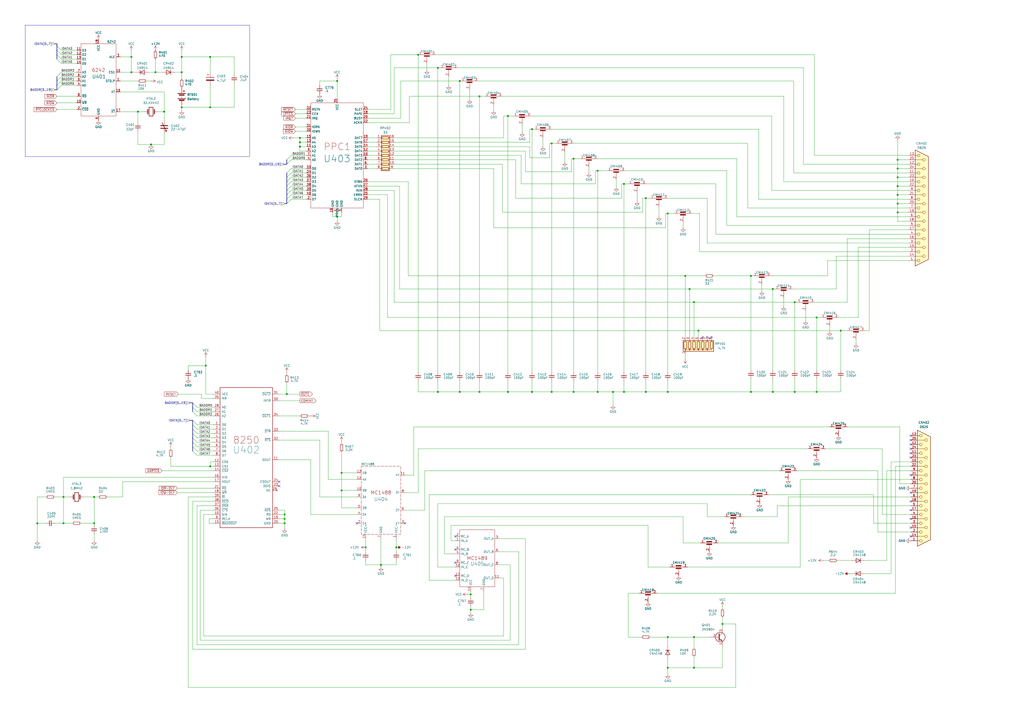
<source format=kicad_sch>
(kicad_sch (version 20231120) (generator "eeschema") (generator_version "8.0")
  (paper "A2")
  (title_block (title "Commodore PC10/CA") (rev "C") (comment 1 "312626") (comment 2 "PRINTER / SERIAL"))
  (junction (at 308.61 74.93))
  (junction (at 346.71 99.06))
  (junction (at 254 39.37))
  (junction (at 397.51 160.02))
  (junction (at 520.7 97.79))
  (junction (at 520.7 123.19))
  (junction (at 435.61 227.33))
  (junction (at 520.7 118.11))
  (junction (at 448.31 167.64))
  (junction (at 387.35 227.33))
  (junction (at 487.68 191.77))
  (junction (at 90.17 41.91))
  (junction (at 173.99 85.09))
  (junction (at 402.59 175.26))
  (junction (at 173.99 82.55))
  (junction (at 361.95 227.33))
  (junction (at 387.35 123.825))
  (junction (at 54.61 288.29))
  (junction (at 308.61 227.33))
  (junction (at 520.7 92.71))
  (junction (at 80.01 64.77))
  (junction (at 402.59 369.57))
  (junction (at 198.12 284.48))
  (junction (at 332.74 227.33))
  (junction (at 400.05 167.64))
  (junction (at 320.04 83.185))
  (junction (at 461.01 175.26))
  (junction (at 87.63 83.82))
  (junction (at 320.04 227.33))
  (junction (at 278.13 55.88))
  (junction (at 402.59 387.35))
  (junction (at 21.59 303.53))
  (junction (at 273.05 344.805))
  (junction (at 374.65 227.33))
  (junction (at 54.61 303.53))
  (junction (at 95.25 64.77))
  (junction (at 198.12 274.32))
  (junction (at 220.98 327.66))
  (junction (at 254 227.33))
  (junction (at 520.7 113.03))
  (junction (at 374.65 114.935))
  (junction (at 212.09 317.5))
  (junction (at 294.64 67.31))
  (junction (at 461.01 227.33))
  (junction (at 273.05 353.695))
  (junction (at 266.7 227.33))
  (junction (at 355.6 227.33))
  (junction (at 121.92 33.02))
  (junction (at 165.1 298.45))
  (junction (at 266.7 46.99))
  (junction (at 346.71 227.33))
  (junction (at 173.99 80.01))
  (junction (at 105.41 41.91))
  (junction (at 294.64 227.33))
  (junction (at 119.38 212.09))
  (junction (at 166.37 228.6))
  (junction (at 76.2 33.02))
  (junction (at 473.71 184.15))
  (junction (at 448.31 227.33))
  (junction (at 332.74 92.075))
  (junction (at 278.13 227.33))
  (junction (at 229.87 317.5))
  (junction (at 195.58 125.73))
  (junction (at 419.1 361.95))
  (junction (at 76.2 41.91))
  (junction (at 520.7 107.95))
  (junction (at 520.7 102.87))
  (junction (at 105.41 33.02))
  (junction (at 405.13 191.77))
  (junction (at 36.83 288.29))
  (junction (at 165.1 300.99))
  (junction (at 195.58 46.99))
  (junction (at 435.61 160.02))
  (junction (at 473.71 227.33))
  (junction (at 121.92 270.51))
  (junction (at 387.35 387.35))
  (junction (at 361.95 106.68))
  (junction (at 121.92 62.23))
  (junction (at 242.57 31.75))
  (junction (at 165.1 303.53))
  (junction (at 36.83 303.53))
  (junction (at 105.41 62.23))
  (junction (at 387.35 369.57))
  (no_connect (at 161.925 281.94))
  (no_connect (at 528.32 255.27))
  (no_connect (at 528.32 306.07))
  (no_connect (at 264.16 311.15))
  (no_connect (at 528.32 265.43))
  (no_connect (at 410.21 195.58))
  (no_connect (at 528.32 252.73))
  (no_connect (at 528.32 290.83))
  (no_connect (at 407.67 195.58))
  (no_connect (at 528.32 260.35))
  (no_connect (at 528.32 275.59))
  (no_connect (at 528.32 257.81))
  (no_connect (at 161.925 279.4))
  (no_connect (at 264.16 318.77))
  (no_connect (at 528.32 295.91))
  (no_connect (at 207.01 303.53))
  (no_connect (at 528.32 262.89))
  (no_connect (at 412.75 195.58))
  (no_connect (at 264.16 326.39))
  (no_connect (at 528.32 300.99))
  (no_connect (at 528.32 285.75))
  (no_connect (at 264.16 334.01))
  (no_connect (at 528.32 311.15))
  (no_connect (at 234.95 303.53))
  (bus_entry (at 111.76 254) (size 2.54 2.54))
  (bus_entry (at 33.02 52.07) (size 2.54 -2.54))
  (bus_entry (at 111.76 246.38) (size 2.54 2.54))
  (bus_entry (at 166.37 110.49) (size 2.54 -2.54))
  (bus_entry (at 111.76 236.22) (size 2.54 2.54))
  (bus_entry (at 111.76 233.68) (size 2.54 2.54))
  (bus_entry (at 166.37 105.41) (size 2.54 -2.54))
  (bus_entry (at 33.02 31.75) (size 2.54 2.54))
  (bus_entry (at 111.76 251.46) (size 2.54 2.54))
  (bus_entry (at 166.37 95.25) (size 2.54 -2.54))
  (bus_entry (at 33.02 46.99) (size 2.54 -2.54))
  (bus_entry (at 166.37 100.33) (size 2.54 -2.54))
  (bus_entry (at 166.37 102.87) (size 2.54 -2.54))
  (bus_entry (at 111.76 261.62) (size 2.54 2.54))
  (bus_entry (at 166.37 107.95) (size 2.54 -2.54))
  (bus_entry (at 111.76 248.92) (size 2.54 2.54))
  (bus_entry (at 166.37 115.57) (size 2.54 -2.54))
  (bus_entry (at 111.76 259.08) (size 2.54 2.54))
  (bus_entry (at 111.76 243.84) (size 2.54 2.54))
  (bus_entry (at 33.02 34.29) (size 2.54 2.54))
  (bus_entry (at 166.37 92.71) (size 2.54 -2.54))
  (bus_entry (at 33.02 49.53) (size 2.54 -2.54))
  (bus_entry (at 33.02 26.67) (size 2.54 2.54))
  (bus_entry (at 166.37 118.11) (size 2.54 -2.54))
  (bus_entry (at 111.76 238.76) (size 2.54 2.54))
  (bus_entry (at 33.02 44.45) (size 2.54 -2.54))
  (bus_entry (at 166.37 113.03) (size 2.54 -2.54))
  (bus_entry (at 33.02 29.21) (size 2.54 2.54))
  (bus_entry (at 111.76 256.54) (size 2.54 2.54))
  (wire (pts (xy 278.13 227.33) (xy 294.64 227.33)))
  (wire (pts (xy 228.6 87.63) (xy 304.8 87.63)))
  (bus (pts (xy 33.02 25.4) (xy 31.75 25.4)))
  (wire (pts (xy 240.03 275.59) (xy 234.95 275.59)))
  (wire (pts (xy 99.06 259.08) (xy 99.06 260.35)))
  (bus (pts (xy 33.02 46.99) (xy 33.02 49.53)))
  (wire (pts (xy 454.66 105.41) (xy 527.05 105.41)))
  (wire (pts (xy 207.01 294.64) (xy 198.12 294.64)))
  (wire (pts (xy 381 344.17) (xy 519.43 344.17)))
  (wire (pts (xy 193.04 125.73) (xy 195.58 125.73)))
  (wire (pts (xy 374.65 106.68) (xy 415.29 106.68)))
  (wire (pts (xy 464.185 278.13) (xy 528.32 278.13)))
  (bus (pts (xy 166.37 105.41) (xy 166.37 107.95)))
  (wire (pts (xy 487.68 191.77) (xy 487.68 214.63)))
  (wire (pts (xy 528.32 280.67) (xy 521.97 280.67)))
  (wire (pts (xy 114.3 251.46) (xy 123.825 251.46)))
  (wire (pts (xy 237.49 71.12) (xy 237.49 55.88)))
  (wire (pts (xy 171.45 68.58) (xy 177.8 68.58)))
  (wire (pts (xy 452.12 273.05) (xy 246.38 273.05)))
  (wire (pts (xy 387.35 387.35) (xy 402.59 387.35)))
  (wire (pts (xy 177.8 87.63) (xy 173.99 87.63)))
  (bus (pts (xy 165.1 118.11) (xy 166.37 118.11)))
  (wire (pts (xy 473.71 227.33) (xy 487.68 227.33)))
  (wire (pts (xy 528.32 293.37) (xy 450.85 293.37)))
  (wire (pts (xy 307.34 74.93) (xy 308.61 74.93)))
  (wire (pts (xy 213.36 113.03) (xy 224.79 113.03)))
  (wire (pts (xy 289.56 312.42) (xy 304.8 312.42)))
  (wire (pts (xy 71.12 279.4) (xy 123.825 279.4)))
  (wire (pts (xy 212.09 327.66) (xy 220.98 327.66)))
  (wire (pts (xy 304.8 376.555) (xy 111.76 376.555)))
  (wire (pts (xy 332.74 92.075) (xy 332.74 215.9)))
  (wire (pts (xy 520.7 107.95) (xy 527.05 107.95)))
  (wire (pts (xy 286.385 132.08) (xy 386.08 132.08)))
  (bus (pts (xy 33.02 31.75) (xy 33.02 34.29)))
  (wire (pts (xy 331.47 92.075) (xy 332.74 92.075)))
  (wire (pts (xy 80.01 83.82) (xy 87.63 83.82)))
  (wire (pts (xy 386.08 132.08) (xy 386.08 123.825)))
  (wire (pts (xy 123.825 295.91) (xy 116.205 295.91)))
  (wire (pts (xy 185.42 255.27) (xy 161.925 255.27)))
  (wire (pts (xy 69.85 41.91) (xy 76.2 41.91)))
  (wire (pts (xy 99.06 270.51) (xy 99.06 265.43)))
  (wire (pts (xy 213.36 71.12) (xy 237.49 71.12)))
  (wire (pts (xy 501.65 191.77) (xy 504.19 191.77)))
  (wire (pts (xy 264.16 313.69) (xy 261.62 313.69)))
  (wire (pts (xy 180.34 298.45) (xy 207.01 298.45)))
  (wire (pts (xy 36.83 288.29) (xy 36.83 303.53)))
  (wire (pts (xy 46.99 303.53) (xy 54.61 303.53)))
  (wire (pts (xy 213.36 110.49) (xy 228.6 110.49)))
  (wire (pts (xy 114.3 254) (xy 123.825 254)))
  (wire (pts (xy 520.7 123.19) (xy 520.7 118.11)))
  (wire (pts (xy 102.87 283.21) (xy 123.825 283.21)))
  (wire (pts (xy 103.505 228.6) (xy 116.84 228.6)))
  (wire (pts (xy 105.41 33.02) (xy 121.92 33.02)))
  (wire (pts (xy 480.06 160.02) (xy 480.06 151.13)))
  (wire (pts (xy 168.91 102.87) (xy 177.8 102.87)))
  (wire (pts (xy 228.6 82.55) (xy 307.34 82.55)))
  (wire (pts (xy 198.12 284.48) (xy 198.12 274.32)))
  (wire (pts (xy 286.385 97.79) (xy 286.385 132.08)))
  (wire (pts (xy 362.585 99.06) (xy 421.64 99.06)))
  (wire (pts (xy 123.825 293.37) (xy 114.3 293.37)))
  (wire (pts (xy 165.1 300.99) (xy 165.1 303.53)))
  (wire (pts (xy 491.49 175.26) (xy 491.49 138.43)))
  (wire (pts (xy 266.7 46.99) (xy 266.7 215.9)))
  (wire (pts (xy 213.36 85.09) (xy 218.44 85.09)))
  (wire (pts (xy 226.695 63.5) (xy 226.695 31.75)))
  (wire (pts (xy 266.7 46.99) (xy 267.335 46.99)))
  (wire (pts (xy 405.765 123.825) (xy 405.765 146.05)))
  (wire (pts (xy 114.3 264.16) (xy 123.825 264.16)))
  (wire (pts (xy 121.92 267.97) (xy 121.92 270.51)))
  (wire (pts (xy 36.83 276.86) (xy 123.825 276.86)))
  (wire (pts (xy 473.71 219.71) (xy 473.71 227.33)))
  (wire (pts (xy 320.04 227.33) (xy 332.74 227.33)))
  (wire (pts (xy 308.61 74.93) (xy 308.61 215.9)))
  (wire (pts (xy 459.74 167.64) (xy 485.14 167.64)))
  (wire (pts (xy 302.26 90.17) (xy 302.26 106.68)))
  (wire (pts (xy 414.02 160.02) (xy 435.61 160.02)))
  (wire (pts (xy 48.26 288.29) (xy 54.61 288.29)))
  (wire (pts (xy 415.29 106.68) (xy 415.29 135.89)))
  (wire (pts (xy 168.91 107.95) (xy 177.8 107.95)))
  (wire (pts (xy 116.205 295.91) (xy 116.205 371.475)))
  (wire (pts (xy 123.825 267.97) (xy 121.92 267.97)))
  (wire (pts (xy 364.49 344.17) (xy 370.84 344.17)))
  (wire (pts (xy 161.925 241.3) (xy 173.99 241.3)))
  (wire (pts (xy 364.49 369.57) (xy 364.49 344.17)))
  (wire (pts (xy 400.05 167.64) (xy 448.31 167.64)))
  (wire (pts (xy 291.465 55.88) (xy 454.66 55.88)))
  (wire (pts (xy 426.72 398.78) (xy 426.72 361.95)))
  (wire (pts (xy 114.3 374.015) (xy 300.99 374.015)))
  (wire (pts (xy 291.465 123.19) (xy 372.745 123.19)))
  (wire (pts (xy 246.38 295.91) (xy 234.95 295.91)))
  (wire (pts (xy 435.61 160.02) (xy 436.88 160.02)))
  (wire (pts (xy 457.2 314.96) (xy 416.56 314.96)))
  (wire (pts (xy 511.81 298.45) (xy 511.81 260.35)))
  (wire (pts (xy 254 220.98) (xy 254 227.33)))
  (wire (pts (xy 121.92 33.02) (xy 121.92 41.91)))
  (wire (pts (xy 461.01 175.26) (xy 462.28 175.26)))
  (wire (pts (xy 116.84 228.6) (xy 116.84 231.14)))
  (wire (pts (xy 35.56 44.45) (xy 44.45 44.45)))
  (wire (pts (xy 161.925 303.53) (xy 165.1 303.53)))
  (wire (pts (xy 198.12 274.32) (xy 198.12 262.255)))
  (wire (pts (xy 69.85 33.02) (xy 76.2 33.02)))
  (wire (pts (xy 213.36 95.25) (xy 218.44 95.25)))
  (wire (pts (xy 402.59 369.57) (xy 402.59 375.92)))
  (wire (pts (xy 355.6 227.33) (xy 355.6 234.95)))
  (wire (pts (xy 190.5 278.13) (xy 207.01 278.13)))
  (wire (pts (xy 304.8 312.42) (xy 304.8 376.555)))
  (wire (pts (xy 369.57 116.84) (xy 369.57 111.76)))
  (wire (pts (xy 36.83 288.29) (xy 40.64 288.29)))
  (wire (pts (xy 497.84 143.51) (xy 527.05 143.51)))
  (bus (pts (xy 166.37 115.57) (xy 166.37 118.11)))
  (wire (pts (xy 514.35 273.05) (xy 514.35 325.12)))
  (wire (pts (xy 165.1 295.91) (xy 165.1 298.45)))
  (bus (pts (xy 164.465 95.25) (xy 166.37 95.25)))
  (wire (pts (xy 54.61 309.88) (xy 54.61 313.69)))
  (wire (pts (xy 461.01 219.71) (xy 461.01 227.33)))
  (bus (pts (xy 166.37 113.03) (xy 166.37 115.57)))
  (wire (pts (xy 372.11 369.57) (xy 364.49 369.57)))
  (wire (pts (xy 271.145 344.805) (xy 273.05 344.805)))
  (wire (pts (xy 35.56 49.53) (xy 44.45 49.53)))
  (wire (pts (xy 506.73 303.53) (xy 506.73 287.02)))
  (wire (pts (xy 232.41 68.58) (xy 232.41 46.99)))
  (wire (pts (xy 528.32 308.61) (xy 509.27 308.61)))
  (wire (pts (xy 35.56 34.29) (xy 44.45 34.29)))
  (wire (pts (xy 36.83 303.53) (xy 41.91 303.53)))
  (wire (pts (xy 173.99 87.63) (xy 173.99 85.09)))
  (wire (pts (xy 345.44 99.06) (xy 346.71 99.06)))
  (wire (pts (xy 240.03 247.65) (xy 240.03 275.59)))
  (wire (pts (xy 332.74 92.075) (xy 336.55 92.075)))
  (wire (pts (xy 487.68 191.77) (xy 491.49 191.77)))
  (wire (pts (xy 374.65 220.98) (xy 374.65 227.33)))
  (wire (pts (xy 448.31 227.33) (xy 461.01 227.33)))
  (wire (pts (xy 520.7 107.95) (xy 520.7 102.87)))
  (wire (pts (xy 90.17 41.91) (xy 93.98 41.91)))
  (wire (pts (xy 304.8 99.695) (xy 331.47 99.695)))
  (wire (pts (xy 95.25 77.47) (xy 95.25 83.82)))
  (wire (pts (xy 320.04 83.185) (xy 320.04 215.9)))
  (wire (pts (xy 294.64 67.31) (xy 294.64 215.9)))
  (wire (pts (xy 114.3 293.37) (xy 114.3 374.015)))
  (bus (pts (xy 166.37 107.95) (xy 166.37 110.49)))
  (wire (pts (xy 419.1 387.35) (xy 402.59 387.35)))
  (wire (pts (xy 277.495 46.99) (xy 460.375 46.99)))
  (wire (pts (xy 454.66 55.88) (xy 454.66 105.41)))
  (wire (pts (xy 114.3 241.3) (xy 123.825 241.3)))
  (wire (pts (xy 242.57 220.98) (xy 242.57 227.33)))
  (wire (pts (xy 410.21 140.97) (xy 527.05 140.97)))
  (wire (pts (xy 116.205 371.475) (xy 295.91 371.475)))
  (wire (pts (xy 520.7 92.71) (xy 520.7 81.28)))
  (wire (pts (xy 514.35 273.05) (xy 528.32 273.05)))
  (wire (pts (xy 299.085 92.71) (xy 299.085 114.935)))
  (wire (pts (xy 173.99 85.09) (xy 173.99 82.55)))
  (wire (pts (xy 278.13 55.88) (xy 278.13 215.9)))
  (wire (pts (xy 457.2 288.29) (xy 457.2 314.96)))
  (wire (pts (xy 33.02 55.88) (xy 44.45 55.88)))
  (wire (pts (xy 236.855 160.02) (xy 236.855 105.41)))
  (wire (pts (xy 260.35 49.53) (xy 260.35 44.45)))
  (wire (pts (xy 173.99 82.55) (xy 173.99 80.01)))
  (wire (pts (xy 228.6 80.01) (xy 292.1 80.01)))
  (wire (pts (xy 346.71 227.33) (xy 355.6 227.33)))
  (bus (pts (xy 166.37 92.71) (xy 166.37 95.25)))
  (bus (pts (xy 31.75 52.07) (xy 33.02 52.07)))
  (wire (pts (xy 254 39.37) (xy 255.27 39.37)))
  (wire (pts (xy 387.35 382.27) (xy 387.35 387.35)))
  (wire (pts (xy 480.695 325.12) (xy 477.52 325.12)))
  (wire (pts (xy 464.185 328.93) (xy 464.185 278.13)))
  (wire (pts (xy 228.6 90.17) (xy 302.26 90.17)))
  (wire (pts (xy 111.76 290.83) (xy 123.825 290.83)))
  (wire (pts (xy 109.22 212.09) (xy 119.38 212.09)))
  (wire (pts (xy 246.38 273.05) (xy 246.38 295.91)))
  (wire (pts (xy 135.89 33.02) (xy 135.89 43.18)))
  (wire (pts (xy 272.415 57.785) (xy 272.415 52.07)))
  (wire (pts (xy 226.695 31.75) (xy 242.57 31.75)))
  (wire (pts (xy 69.85 53.34) (xy 95.25 53.34)))
  (wire (pts (xy 195.58 46.99) (xy 195.58 57.15)))
  (wire (pts (xy 95.25 53.34) (xy 95.25 64.77)))
  (wire (pts (xy 332.74 220.98) (xy 332.74 227.33)))
  (wire (pts (xy 360.68 106.68) (xy 361.95 106.68)))
  (wire (pts (xy 180.34 266.7) (xy 180.34 298.45)))
  (wire (pts (xy 35.56 31.75) (xy 44.45 31.75)))
  (wire (pts (xy 361.95 220.98) (xy 361.95 227.33)))
  (wire (pts (xy 361.95 106.68) (xy 364.49 106.68)))
  (wire (pts (xy 264.16 328.93) (xy 254 328.93)))
  (wire (pts (xy 114.3 256.54) (xy 123.825 256.54)))
  (wire (pts (xy 161.925 298.45) (xy 165.1 298.45)))
  (wire (pts (xy 520.7 113.03) (xy 520.7 107.95)))
  (wire (pts (xy 228.6 97.79) (xy 286.385 97.79)))
  (wire (pts (xy 308.61 227.33) (xy 320.04 227.33)))
  (wire (pts (xy 327.66 93.98) (xy 327.66 88.265)))
  (wire (pts (xy 331.47 99.695) (xy 331.47 92.075)))
  (wire (pts (xy 121.285 303.53) (xy 121.285 300.99)))
  (wire (pts (xy 528.32 288.29) (xy 457.2 288.29)))
  (wire (pts (xy 87.63 46.99) (xy 85.09 46.99)))
  (wire (pts (xy 118.11 298.45) (xy 123.825 298.45)))
  (wire (pts (xy 213.36 97.79) (xy 218.44 97.79)))
  (wire (pts (xy 292.1 335.28) (xy 292.1 368.935)))
  (wire (pts (xy 421.64 130.81) (xy 527.05 130.81)))
  (wire (pts (xy 299.085 114.935) (xy 360.68 114.935)))
  (wire (pts (xy 166.37 228.6) (xy 166.37 222.25)))
  (bus (pts (xy 33.02 26.67) (xy 33.02 29.21)))
  (wire (pts (xy 109.22 288.29) (xy 109.22 398.78)))
  (wire (pts (xy 441.96 165.1) (xy 441.96 168.91)))
  (wire (pts (xy 254 292.1) (xy 410.21 292.1)))
  (wire (pts (xy 461.01 227.33) (xy 473.71 227.33)))
  (wire (pts (xy 123.825 270.51) (xy 121.92 270.51)))
  (wire (pts (xy 396.24 314.96) (xy 406.4 314.96)))
  (wire (pts (xy 372.745 123.19) (xy 372.745 114.935)))
  (wire (pts (xy 231.775 107.95) (xy 231.775 167.64)))
  (wire (pts (xy 111.76 376.555) (xy 111.76 290.83)))
  (wire (pts (xy 468.63 260.35) (xy 242.57 260.35)))
  (wire (pts (xy 198.12 255.905) (xy 198.12 257.175)))
  (wire (pts (xy 76.2 33.02) (xy 76.2 41.91)))
  (wire (pts (xy 247.65 36.83) (xy 247.65 40.64)))
  (wire (pts (xy 361.95 215.9) (xy 361.95 106.68)))
  (wire (pts (xy 54.61 303.53) (xy 54.61 304.8)))
  (wire (pts (xy 387.35 227.33) (xy 435.61 227.33)))
  (wire (pts (xy 320.04 83.185) (xy 322.58 83.185)))
  (wire (pts (xy 307.34 82.55) (xy 307.34 74.93)))
  (bus (pts (xy 33.02 44.45) (xy 33.02 46.99)))
  (bus (pts (xy 111.76 243.84) (xy 111.76 246.38)))
  (wire (pts (xy 236.855 105.41) (xy 213.36 105.41)))
  (wire (pts (xy 402.59 369.57) (xy 411.48 369.57)))
  (wire (pts (xy 374.65 227.33) (xy 387.35 227.33)))
  (wire (pts (xy 33.02 63.5) (xy 44.45 63.5)))
  (bus (pts (xy 33.02 29.21) (xy 33.02 31.75)))
  (wire (pts (xy 308.61 74.93) (xy 309.88 74.93)))
  (wire (pts (xy 213.36 63.5) (xy 226.695 63.5)))
  (wire (pts (xy 387.35 387.35) (xy 387.35 391.16)))
  (wire (pts (xy 280.67 342.9) (xy 280.67 353.695)))
  (wire (pts (xy 472.44 175.26) (xy 491.49 175.26)))
  (wire (pts (xy 318.77 83.185) (xy 320.04 83.185)))
  (wire (pts (xy 375.92 328.93) (xy 388.62 328.93)))
  (wire (pts (xy 236.855 160.02) (xy 397.51 160.02)))
  (wire (pts (xy 433.705 83.185) (xy 433.705 120.65)))
  (wire (pts (xy 118.11 368.935) (xy 118.11 298.45)))
  (wire (pts (xy 87.63 83.82) (xy 95.25 83.82)))
  (wire (pts (xy 212.09 325.12) (xy 212.09 327.66)))
  (wire (pts (xy 480.06 151.13) (xy 527.05 151.13)))
  (wire (pts (xy 401.32 123.825) (xy 405.765 123.825)))
  (wire (pts (xy 332.74 227.33) (xy 346.71 227.33)))
  (wire (pts (xy 415.29 135.89) (xy 527.05 135.89)))
  (wire (pts (xy 509.27 308.61) (xy 509.27 273.05)))
  (wire (pts (xy 280.67 353.695) (xy 273.05 353.695)))
  (wire (pts (xy 521.97 247.65) (xy 521.97 280.67)))
  (wire (pts (xy 173.99 80.01) (xy 177.8 80.01)))
  (wire (pts (xy 520.7 97.79) (xy 520.7 92.71)))
  (wire (pts (xy 213.36 90.17) (xy 218.44 90.17)))
  (wire (pts (xy 224.79 113.03) (xy 224.79 184.15)))
  (wire (pts (xy 105.41 62.23) (xy 105.41 60.96)))
  (wire (pts (xy 195.58 125.73) (xy 195.58 128.27)))
  (wire (pts (xy 405.13 191.77) (xy 487.68 191.77)))
  (wire (pts (xy 173.99 85.09) (xy 177.8 85.09)))
  (wire (pts (xy 289.56 335.28) (xy 292.1 335.28)))
  (wire (pts (xy 242.57 285.75) (xy 234.95 285.75)))
  (wire (pts (xy 419.1 358.14) (xy 419.1 361.95)))
  (wire (pts (xy 254 39.37) (xy 254 215.9)))
  (wire (pts (xy 265.43 39.37) (xy 466.09 39.37)))
  (wire (pts (xy 387.35 220.98) (xy 387.35 227.33)))
  (wire (pts (xy 307.975 67.31) (xy 447.675 67.31)))
  (wire (pts (xy 228.6 39.37) (xy 254 39.37)))
  (wire (pts (xy 405.765 146.05) (xy 527.05 146.05)))
  (wire (pts (xy 54.61 288.29) (xy 54.61 303.53)))
  (wire (pts (xy 171.45 73.66) (xy 177.8 73.66)))
  (wire (pts (xy 213.36 92.71) (xy 218.44 92.71)))
  (bus (pts (xy 111.76 248.92) (xy 111.76 251.46)))
  (wire (pts (xy 504.19 191.77) (xy 504.19 133.35)))
  (wire (pts (xy 494.03 332.74) (xy 492.76 332.74)))
  (wire (pts (xy 261.62 304.8) (xy 375.92 304.8)))
  (bus (pts (xy 111.76 251.46) (xy 111.76 254)))
  (wire (pts (xy 410.21 292.1) (xy 410.21 299.72)))
  (wire (pts (xy 466.09 39.37) (xy 466.09 95.25)))
  (wire (pts (xy 506.73 287.02) (xy 445.77 287.02)))
  (wire (pts (xy 320.04 220.98) (xy 320.04 227.33)))
  (wire (pts (xy 165.1 303.53) (xy 165.1 306.705)))
  (wire (pts (xy 308.61 220.98) (xy 308.61 227.33)))
  (wire (pts (xy 514.35 325.12) (xy 501.65 325.12)))
  (wire (pts (xy 291.465 95.25) (xy 291.465 123.19)))
  (wire (pts (xy 355.6 227.33) (xy 361.95 227.33)))
  (wire (pts (xy 419.1 361.95) (xy 419.1 364.49)))
  (wire (pts (xy 207.01 288.29) (xy 185.42 288.29)))
  (wire (pts (xy 485.14 167.64) (xy 485.14 148.59)))
  (wire (pts (xy 35.56 46.99) (xy 44.45 46.99)))
  (wire (pts (xy 273.05 351.79) (xy 273.05 353.695)))
  (bus (pts (xy 33.02 26.67) (xy 33.02 25.4)))
  (wire (pts (xy 31.75 288.29) (xy 36.83 288.29)))
  (wire (pts (xy 212.09 312.42) (xy 212.09 317.5)))
  (wire (pts (xy 292.1 368.935) (xy 118.11 368.935)))
  (wire (pts (xy 69.85 64.77) (xy 80.01 64.77)))
  (wire (pts (xy 461.01 175.26) (xy 461.01 214.63)))
  (wire (pts (xy 487.68 227.33) (xy 487.68 219.71)))
  (wire (pts (xy 168.91 113.03) (xy 177.8 113.03)))
  (wire (pts (xy 520.7 92.71) (xy 527.05 92.71)))
  (wire (pts (xy 473.71 184.15) (xy 476.25 184.15)))
  (wire (pts (xy 76.2 41.91) (xy 78.74 41.91)))
  (wire (pts (xy 467.36 186.055) (xy 467.36 180.34)))
  (wire (pts (xy 213.36 68.58) (xy 232.41 68.58)))
  (wire (pts (xy 516.89 332.74) (xy 501.65 332.74)))
  (wire (pts (xy 173.99 232.41) (xy 161.925 232.41)))
  (wire (pts (xy 102.87 285.75) (xy 123.825 285.75)))
  (wire (pts (xy 105.41 41.91) (xy 105.41 45.72)))
  (wire (pts (xy 520.7 123.19) (xy 527.05 123.19)))
  (wire (pts (xy 21.59 303.53) (xy 21.59 313.69)))
  (wire (pts (xy 198.12 274.32) (xy 207.01 274.32)))
  (wire (pts (xy 166.37 215.9) (xy 166.37 217.17)))
  (wire (pts (xy 80.01 64.77) (xy 80.01 71.12)))
  (wire (pts (xy 410.21 114.935) (xy 410.21 140.97)))
  (wire (pts (xy 307.34 85.09) (xy 307.34 91.44)))
  (wire (pts (xy 224.79 184.15) (xy 473.71 184.15)))
  (wire (pts (xy 228.6 95.25) (xy 291.465 95.25)))
  (wire (pts (xy 387.35 114.935) (xy 410.21 114.935)))
  (wire (pts (xy 123.825 303.53) (xy 121.285 303.53)))
  (wire (pts (xy 168.91 100.33) (xy 177.8 100.33)))
  (wire (pts (xy 294.64 227.33) (xy 308.61 227.33)))
  (bus (pts (xy 111.76 254) (xy 111.76 256.54)))
  (wire (pts (xy 248.92 287.02) (xy 435.61 287.02)))
  (wire (pts (xy 435.61 160.02) (xy 435.61 214.63)))
  (wire (pts (xy 180.34 241.3) (xy 179.07 241.3)))
  (wire (pts (xy 220.98 327.66) (xy 220.98 328.93)))
  (wire (pts (xy 242.57 227.33) (xy 254 227.33)))
  (wire (pts (xy 466.09 95.25) (xy 527.05 95.25)))
  (wire (pts (xy 168.91 97.79) (xy 177.8 97.79)))
  (wire (pts (xy 346.71 220.98) (xy 346.71 227.33)))
  (bus (pts (xy 111.76 233.68) (xy 111.76 236.22)))
  (wire (pts (xy 185.42 49.53) (xy 185.42 46.99)))
  (wire (pts (xy 520.7 102.87) (xy 527.05 102.87)))
  (wire (pts (xy 242.57 31.75) (xy 242.57 215.9)))
  (wire (pts (xy 171.45 76.2) (xy 177.8 76.2)))
  (wire (pts (xy 516.89 267.97) (xy 516.89 332.74)))
  (wire (pts (xy 261.62 313.69) (xy 261.62 304.8)))
  (wire (pts (xy 314.96 85.09) (xy 314.96 80.01)))
  (wire (pts (xy 114.3 238.76) (xy 123.825 238.76)))
  (wire (pts (xy 294.64 67.31) (xy 297.815 67.31)))
  (wire (pts (xy 101.6 41.91) (xy 105.41 41.91)))
  (wire (pts (xy 307.34 91.44) (xy 318.77 91.44)))
  (wire (pts (xy 494.03 325.12) (xy 485.775 325.12)))
  (wire (pts (xy 472.44 90.17) (xy 527.05 90.17)))
  (wire (pts (xy 387.35 369.57) (xy 387.35 374.65)))
  (wire (pts (xy 481.33 247.65) (xy 240.03 247.65)))
  (wire (pts (xy 105.41 33.02) (xy 105.41 29.21)))
  (wire (pts (xy 237.49 55.88) (xy 278.13 55.88)))
  (wire (pts (xy 166.37 228.6) (xy 161.925 228.6)))
  (wire (pts (xy 318.77 91.44) (xy 318.77 83.185)))
  (wire (pts (xy 31.75 303.53) (xy 36.83 303.53)))
  (bus (pts (xy 109.855 233.68) (xy 111.76 233.68)))
  (bus (pts (xy 166.37 100.33) (xy 166.37 102.87)))
  (wire (pts (xy 481.33 192.405) (xy 481.33 189.23)))
  (wire (pts (xy 460.375 46.99) (xy 460.375 100.33)))
  (wire (pts (xy 382.27 125.73) (xy 382.27 120.015)))
  (wire (pts (xy 273.05 353.695) (xy 273.05 355.6)))
  (wire (pts (xy 295.91 327.66) (xy 289.56 327.66)))
  (wire (pts (xy 346.71 99.06) (xy 352.425 99.06)))
  (wire (pts (xy 69.85 46.99) (xy 80.01 46.99)))
  (wire (pts (xy 54.61 288.29) (xy 57.15 288.29)))
  (wire (pts (xy 264.16 321.31) (xy 257.81 321.31)))
  (wire (pts (xy 521.97 247.65) (xy 491.49 247.65)))
  (wire (pts (xy 168.91 92.71) (xy 177.8 92.71)))
  (wire (pts (xy 520.7 118.11) (xy 527.05 118.11)))
  (wire (pts (xy 497.84 184.15) (xy 497.84 143.51)))
  (wire (pts (xy 168.91 115.57) (xy 177.8 115.57)))
  (wire (pts (xy 454.66 172.72) (xy 454.66 177.8)))
  (wire (pts (xy 123.825 288.29) (xy 109.22 288.29)))
  (wire (pts (xy 121.285 300.99) (xy 123.825 300.99)))
  (wire (pts (xy 116.84 231.14) (xy 123.825 231.14)))
  (wire (pts (xy 426.72 361.95) (xy 419.1 361.95)))
  (wire (pts (xy 397.51 208.28) (xy 397.51 205.74)))
  (wire (pts (xy 520.7 118.11) (xy 520.7 113.03)))
  (bus (pts (xy 33.02 49.53) (xy 33.02 52.07)))
  (wire (pts (xy 278.13 220.98) (xy 278.13 227.33)))
  (wire (pts (xy 397.51 160.02) (xy 408.94 160.02)))
  (wire (pts (xy 273.05 342.9) (xy 273.05 344.805)))
  (wire (pts (xy 294.64 220.98) (xy 294.64 227.33)))
  (wire (pts (xy 528.32 303.53) (xy 506.73 303.53)))
  (wire (pts (xy 396.24 132.08) (xy 396.24 128.905)))
  (wire (pts (xy 135.89 48.26) (xy 135.89 62.23)))
  (wire (pts (xy 520.7 97.79) (xy 527.05 97.79)))
  (bus (pts (xy 111.76 246.38) (xy 111.76 248.92)))
  (wire (pts (xy 292.1 80.01) (xy 292.1 67.31)))
  (wire (pts (xy 402.59 387.35) (xy 402.59 381)))
  (wire (pts (xy 402.59 175.26) (xy 402.59 195.58)))
  (wire (pts (xy 377.19 369.57) (xy 387.35 369.57)))
  (wire (pts (xy 295.91 371.475) (xy 295.91 327.66)))
  (wire (pts (xy 80.01 76.2) (xy 80.01 83.82)))
  (wire (pts (xy 257.81 321.31) (xy 257.81 299.72)))
  (wire (pts (xy 80.01 64.77) (xy 83.82 64.77)))
  (wire (pts (xy 346.71 92.075) (xy 427.355 92.075)))
  (wire (pts (xy 93.98 273.05) (xy 123.825 273.05)))
  (wire (pts (xy 257.81 299.72) (xy 396.24 299.72)))
  (wire (pts (xy 345.44 106.68) (xy 345.44 99.06)))
  (wire (pts (xy 511.81 260.35) (xy 478.79 260.35)))
  (wire (pts (xy 242.57 260.35) (xy 242.57 285.75)))
  (wire (pts (xy 302.895 76.835) (xy 302.895 72.39)))
  (wire (pts (xy 520.7 102.87) (xy 520.7 97.79)))
  (wire (pts (xy 121.92 33.02) (xy 135.89 33.02)))
  (wire (pts (xy 21.59 288.29) (xy 26.67 288.29)))
  (wire (pts (xy 504.19 133.35) (xy 527.05 133.35)))
  (wire (pts (xy 292.1 67.31) (xy 294.64 67.31)))
  (wire (pts (xy 278.13 55.88) (xy 281.305 55.88)))
  (wire (pts (xy 161.925 300.99) (xy 165.1 300.99)))
  (wire (pts (xy 229.87 317.5) (xy 229.87 320.04)))
  (wire (pts (xy 168.91 110.49) (xy 177.8 110.49)))
  (wire (pts (xy 520.7 128.27) (xy 520.7 123.19)))
  (wire (pts (xy 114.3 236.22) (xy 123.825 236.22)))
  (wire (pts (xy 170.18 80.01) (xy 173.99 80.01)))
  (wire (pts (xy 398.78 328.93) (xy 464.185 328.93)))
  (wire (pts (xy 433.705 120.65) (xy 527.05 120.65)))
  (wire (pts (xy 387.35 123.825) (xy 387.35 215.9)))
  (wire (pts (xy 528.32 298.45) (xy 511.81 298.45)))
  (wire (pts (xy 198.12 294.64) (xy 198.12 284.48)))
  (wire (pts (xy 220.98 327.66) (xy 229.87 327.66)))
  (wire (pts (xy 119.38 212.09) (xy 119.38 228.6)))
  (wire (pts (xy 35.56 41.91) (xy 44.45 41.91)))
  (wire (pts (xy 341.63 100.33) (xy 341.63 97.155)))
  (wire (pts (xy 71.12 288.29) (xy 71.12 279.4)))
  (wire (pts (xy 114.3 246.38) (xy 123.825 246.38)))
  (wire (pts (xy 374.65 114.935) (xy 374.65 215.9)))
  (wire (pts (xy 114.3 261.62) (xy 123.825 261.62)))
  (wire (pts (xy 491.49 138.43) (xy 527.05 138.43)))
  (wire (pts (xy 448.31 219.71) (xy 448.31 227.33)))
  (wire (pts (xy 304.8 87.63) (xy 304.8 99.695)))
  (wire (pts (xy 119.38 228.6) (xy 123.825 228.6)))
  (wire (pts (xy 76.2 29.21) (xy 76.2 33.02)))
  (wire (pts (xy 21.59 303.53) (xy 21.59 288.29)))
  (wire (pts (xy 105.41 41.91) (xy 105.41 33.02)))
  (wire (pts (xy 448.31 167.64) (xy 448.31 214.63)))
  (wire (pts (xy 266.7 220.98) (xy 266.7 227.33)))
  (wire (pts (xy 198.12 284.48) (xy 207.01 284.48)))
  (wire (pts (xy 357.505 108.585) (xy 357.505 104.14)))
  (wire (pts (xy 185.42 46.99) (xy 195.58 46.99)))
  (wire (pts (xy 26.67 303.53) (xy 21.59 303.53)))
  (wire (pts (xy 121.92 49.53) (xy 121.92 62.23)))
  (wire (pts (xy 161.925 266.7) (xy 180.34 266.7)))
  (wire (pts (xy 114.3 248.92) (xy 123.825 248.92)))
  (bus (pts (xy 111.76 259.08) (xy 111.76 261.62)))
  (wire (pts (xy 171.45 63.5) (xy 177.8 63.5)))
  (wire (pts (xy 396.24 299.72) (xy 396.24 314.96)))
  (wire (pts (xy 213.36 80.01) (xy 218.44 80.01)))
  (wire (pts (xy 121.92 62.23) (xy 105.41 62.23)))
  (wire (pts (xy 302.26 106.68) (xy 345.44 106.68)))
  (wire (pts (xy 387.35 369.57) (xy 402.59 369.57)))
  (wire (pts (xy 419.1 374.65) (xy 419.1 387.35)))
  (bus (pts (xy 166.37 102.87) (xy 166.37 105.41)))
  (bus (pts (xy 111.76 236.22) (xy 111.76 238.76)))
  (wire (pts (xy 519.43 344.17) (xy 519.43 270.51)))
  (wire (pts (xy 168.91 90.17) (xy 177.8 90.17)))
  (wire (pts (xy 213.36 87.63) (xy 218.44 87.63)))
  (wire (pts (xy 195.58 125.73) (xy 198.12 125.73)))
  (wire (pts (xy 527.05 128.27) (xy 520.7 128.27)))
  (wire (pts (xy 386.08 123.825) (xy 387.35 123.825)))
  (wire (pts (xy 229.87 312.42) (xy 229.87 317.5)))
  (wire (pts (xy 361.95 227.33) (xy 374.65 227.33)))
  (wire (pts (xy 447.675 110.49) (xy 527.05 110.49)))
  (wire (pts (xy 213.36 82.55) (xy 218.44 82.55)))
  (wire (pts (xy 264.16 336.55) (xy 248.92 336.55)))
  (wire (pts (xy 62.23 288.29) (xy 71.12 288.29)))
  (wire (pts (xy 427.355 125.73) (xy 527.05 125.73)))
  (wire (pts (xy 320.04 74.93) (xy 440.055 74.93)))
  (wire (pts (xy 99.06 270.51) (xy 121.92 270.51)))
  (wire (pts (xy 254 328.93) (xy 254 292.1)))
  (wire (pts (xy 114.3 259.08) (xy 123.825 259.08)))
  (wire (pts (xy 109.22 214.63) (xy 109.22 212.09)))
  (wire (pts (xy 198.12 125.73) (xy 198.12 123.19)))
  (bus (pts (xy 166.37 110.49) (xy 166.37 113.03)))
  (wire (pts (xy 212.09 317.5) (xy 212.09 320.04)))
  (wire (pts (xy 173.99 228.6) (xy 166.37 228.6)))
  (wire (pts (xy 35.56 29.21) (xy 44.45 29.21)))
  (wire (pts (xy 485.14 148.59) (xy 527.05 148.59)))
  (wire (pts (xy 193.04 123.19) (xy 193.04 125.73)))
  (wire (pts (xy 286.385 64.135) (xy 286.385 60.96)))
  (wire (pts (xy 450.85 299.72) (xy 430.53 299.72)))
  (wire (pts (xy 168.91 105.41) (xy 177.8 105.41)))
  (wire (pts (xy 400.05 167.64) (xy 400.05 195.58)))
  (bus (pts (xy 111.76 256.54) (xy 111.76 259.08)))
  (wire (pts (xy 360.68 114.935) (xy 360.68 106.68)))
  (wire (pts (xy 33.02 59.69) (xy 44.45 59.69)))
  (wire (pts (xy 213.36 107.95) (xy 231.775 107.95)))
  (wire (pts (xy 220.345 115.57) (xy 220.345 191.77)))
  (wire (pts (xy 161.925 295.91) (xy 165.1 295.91)))
  (wire (pts (xy 228.6 85.09) (xy 307.34 85.09)))
  (wire (pts (xy 195.58 123.19) (xy 195.58 125.73)))
  (wire (pts (xy 419.1 351.79) (xy 419.1 353.06)))
  (wire (pts (xy 460.375 100.33) (xy 527.05 100.33)))
  (wire (pts (xy 213.36 66.04) (xy 228.6 66.04)))
  (wire (pts (xy 421.64 99.06) (xy 421.64 130.81)))
  (wire (pts (xy 90.17 34.29) (xy 90.17 41.91)))
  (wire (pts (xy 509.27 273.05) (xy 462.28 273.05)))
  (wire (pts (xy 185.42 288.29) (xy 185.42 255.27)))
  (wire (pts (xy 105.41 64.135) (xy 105.41 62.23)))
  (wire (pts (xy 252.73 31.75) (xy 472.44 31.75)))
  (wire (pts (xy 397.51 195.58) (xy 397.51 160.02)))
  (wire (pts (xy 346.71 99.06) (xy 346.71 215.9)))
  (wire (pts (xy 472.44 31.75) (xy 472.44 90.17)))
  (wire (pts (xy 450.85 293.37) (xy 450.85 299.72)))
  (wire (pts (xy 375.92 304.8) (xy 375.92 328.93)))
  (wire (pts (xy 35.56 36.83) (xy 44.45 36.83)))
  (wire (pts (xy 190.5 250.19) (xy 190.5 278.13)))
  (wire (pts (xy 410.21 299.72) (xy 420.37 299.72)))
  (wire (pts (xy 300.99 320.04) (xy 289.56 320.04)))
  (wire (pts (xy 228.6 66.04) (xy 228.6 39.37)))
  (wire (pts (xy 231.775 167.64) (xy 400.05 167.64)))
  (wire (pts (xy 427.355 92.075) (xy 427.355 125.73)))
  (wire (pts (xy 229.87 325.12) (xy 229.87 327.66)))
  (wire (pts (xy 519.43 270.51) (xy 528.32 270.51)))
  (wire (pts (xy 248.92 336.55) (xy 248.92 287.02)))
  (wire (pts (xy 516.89 267.97) (xy 528.32 267.97)))
  (wire (pts (xy 135.89 62.23) (xy 121.92 62.23)))
  (wire (pts (xy 435.61 219.71) (xy 435.61 227.33)))
  (wire (pts (xy 387.35 123.825) (xy 391.16 123.825)))
  (wire (pts (xy 332.74 83.185) (xy 433.705 83.185)))
  (wire (pts (xy 173.99 82.55) (xy 177.8 82.55)))
  (wire (pts (xy 220.345 191.77) (xy 405.13 191.77)))
  (wire (pts (xy 254 227.33) (xy 266.7 227.33)))
  (wire (pts (xy 520.7 113.03) (xy 527.05 113.03)))
  (bus (pts (xy 109.855 243.84) (xy 111.76 243.84)))
  (wire (pts (xy 36.83 288.29) (xy 36.83 276.86)))
  (wire (pts (xy 435.61 227.33) (xy 448.31 227.33)))
  (wire (pts (xy 119.38 207.01) (xy 119.38 212.09)))
  (wire (pts (xy 374.65 114.935) (xy 377.19 114.935)))
  (wire (pts (xy 165.1 298.45) (xy 165.1 300.99)))
  (wire (pts (xy 220.98 312.42) (xy 220.98 327.66)))
  (wire (pts (xy 213.36 115.57) (xy 220.345 115.57)))
  (wire (pts (xy 195.58 45.72) (xy 195.58 46.99)))
  (wire (pts (xy 232.41 46.99) (xy 266.7 46.99)))
  (wire (pts (xy 273.05 344.805) (xy 273.05 346.71)))
  (wire (pts (xy 402.59 175.26) (xy 461.01 175.26)))
  (wire (pts (xy 440.055 74.93) (xy 440.055 115.57)))
  (wire (pts (xy 86.36 41.91) (xy 90.17 41.91)))
  (wire (pts (xy 496.57 199.39) (xy 496.57 196.85)))
  (wire (pts (xy 91.44 64.77) (xy 95.25 64.77)))
  (wire (pts (xy 448.31 167.64) (xy 449.58 167.64)))
  (wire (pts (xy 440.055 115.57) (xy 527.05 115.57)))
  (wire (pts (xy 171.45 66.04) (xy 177.8 66.04)))
  (wire (pts (xy 294.64 66.675) (xy 294.64 67.31)))
  (wire (pts (xy 486.41 184.15) (xy 497.84 184.15)))
  (wire (pts (xy 266.7 227.33) (xy 278.13 227.33)))
  (wire (pts (xy 95.25 64.77) (xy 95.25 69.85)))
  (wire (pts (xy 161.925 250.19) (xy 190.5 250.19)))
  (wire (pts (xy 405.13 191.77) (xy 405.13 195.58)))
  (wire (pts (xy 372.745 114.935) (xy 374.65 114.935)))
  (wire (pts (xy 228.6 175.26) (xy 402.59 175.26)))
  (wire (pts (xy 228.6 110.49) (xy 228.6 175.26)))
  (wire (pts (xy 447.675 67.31) (xy 447.675 110.49)))
  (wire (pts (xy 109.22 398.78) (xy 426.72 398.78)))
  (wire (pts (xy 300.99 374.015) (xy 300.99 320.04)))
  (wire (pts (xy 228.6 92.71) (xy 299.085 92.71)))
  (wire (pts (xy 447.04 160.02) (xy 480.06 160.02)))
  (wire (pts (xy 473.71 184.15) (xy 473.71 214.63)))
  (rectangle (start 14.605 14.605) (end 144.78 90.805))
  (label "IDATA7" (at 169.545 115.57 0))
  (label "IDATA2" (at 169.545 102.87 0))
  (label "IDATA3" (at 115.57 254 0))
  (label "IDATA6" (at 115.57 261.62 0))
  (label "IDATA2" (at 35.56 31.75 0))
  (label "BADDR0" (at 169.545 92.71 0))
  (label "BADDR1" (at 115.57 238.76 0))
  (label "IDATA1" (at 169.545 100.33 0))
  (label "IDATA7" (at 115.57 264.16 0))
  (label "BADDR2" (at 115.57 241.3 0))
  (label "BADDR3" (at 35.56 41.91 0))
  (label "IDATA3" (at 169.545 105.41 0))
  (label "IDATA5" (at 169.545 110.49 0))
  (label "IDATA3" (at 35.56 29.21 0))
  (label "BADDR0" (at 115.57 236.22 0))
  (label "IDATA4" (at 115.57 256.54 0))
  (label "IDATA0" (at 115.57 246.38 0))
  (label "IDATA1" (at 35.56 34.29 0))
  (label "BADDR1" (at 169.545 90.17 0))
  (label "IDATA6" (at 169.545 113.03 0))
  (label "BADDR2" (at 35.56 44.45 0))
  (label "IDATA0" (at 35.56 36.83 0))
  (label "BADDR1" (at 35.56 46.99 0))
  (label "IDATA0" (at 169.545 97.79 0))
  (label "IDATA1" (at 115.57 248.92 0))
  (label "IDATA5" (at 115.57 259.08 0))
  (label "BADDR0" (at 35.56 49.53 0))
  (label "IDATA4" (at 169.545 107.95 0))
  (label "IDATA2" (at 115.57 251.46 0))
  (global_label "COMINT" (shape output) (at 173.99 232.41 0) (property "Intersheetrefs" "${INTERSHEET_REFS}" (effects (hide yes))))
  (global_label "~{NIOR}" (shape input) (at 33.02 55.88 180) (property "Intersheetrefs" "${INTERSHEET_REFS}" (effects (hide yes))))
  (global_label "~{NIOW}" (shape input) (at 171.45 76.2 180) (property "Intersheetrefs" "${INTERSHEET_REFS}" (effects (hide yes))))
  (global_label "~{OUT1}" (shape output) (at 173.99 228.6 0) (property "Intersheetrefs" "${INTERSHEET_REFS}" (effects (hide yes))))
  (global_label "RESET" (shape input) (at 103.505 228.6 180) (property "Intersheetrefs" "${INTERSHEET_REFS}" (effects (hide yes))))
  (global_label "~{UARTCS}" (shape input) (at 93.98 273.05 180) (property "Intersheetrefs" "${INTERSHEET_REFS}" (effects (hide yes))))
  (global_label "~{RESET}" (shape input) (at 171.45 63.5 180) (property "Intersheetrefs" "${INTERSHEET_REFS}" (effects (hide yes))))
  (global_label "~{IOW-DLY}" (shape input) (at 102.87 285.75 180) (property "Intersheetrefs" "${INTERSHEET_REFS}" (effects (hide yes))))
  (global_label "~{IOR-DLY}" (shape input) (at 102.87 283.21 180) (property "Intersheetrefs" "${INTERSHEET_REFS}" (effects (hide yes))))
  (global_label "~{RTCLOCKCS}" (shape input) (at 33.02 63.5 180) (property "Intersheetrefs" "${INTERSHEET_REFS}" (effects (hide yes))))
  (global_label "~{LPTCS}" (shape input) (at 171.45 66.04 180) (property "Intersheetrefs" "${INTERSHEET_REFS}" (effects (hide yes))))
  (global_label "~{NIOR}" (shape input) (at 171.45 73.66 180) (property "Intersheetrefs" "${INTERSHEET_REFS}" (effects (hide yes))))
  (global_label "IRQ7" (shape input) (at 171.45 68.58 180) (property "Intersheetrefs" "${INTERSHEET_REFS}" (effects (hide yes))))
  (global_label "~{NIOW}" (shape input) (at 33.02 59.69 180) (property "Intersheetrefs" "${INTERSHEET_REFS}" (effects (hide yes))))
  (hierarchical_label "BADDR[0..19]" (shape input) (at 109.855 233.68 180))
  (hierarchical_label "IDATA[0..7]" (shape input) (at 31.75 25.4 180))
  (hierarchical_label "BADDR[0..19]" (shape input) (at 31.75 52.07 180))
  (hierarchical_label "IDATA[0..7]" (shape input) (at 165.1 118.11 180))
  (hierarchical_label "IDATA[0..7]" (shape input) (at 109.855 243.84 180))
  (hierarchical_label "BADDR[0..19]" (shape input) (at 164.465 95.25 180))
  (symbol (lib_id "Device:C_Small") (at 254 218.44 0) (mirror x) (unit 1)
    (property "Reference" "C409" (at 257.175 217.17 0) (effects (justify left)))
    (property "Value" "100pF" (at 257.175 219.075 0) (effects (justify left)))
    (property "Footprint" "CBM-PC10:C_Disc_P5.00mm" (effects (hide yes)))
  )
  (symbol (lib_id "Device:C_Small") (at 212.09 322.58 0) (mirror x) (unit 1)
    (property "Reference" "C760" (at 204.47 321.945 0) (effects (justify left)))
    (property "Value" ".1" (at 204.47 323.85 0) (effects (justify left)))
    (property "Footprint" "CBM-PC10:C_Disc_P5.00mm" (effects (hide yes)))
  )
  (symbol (lib_id "power:VCC") (at 198.12 255.905 0) (unit 1)
    (property "Reference" "#PWR065" (effects (hide yes)))
    (property "Value" "VCC" (at 198.12 252.095 0))
  )
  (symbol (lib_id "Device:C_Small") (at 185.42 52.07 0) (mirror x) (unit 1)
    (property "Reference" "C776" (at 188.595 50.8 0) (effects (justify left)))
    (property "Value" ".1" (at 188.595 52.705 0) (effects (justify left)))
    (property "Footprint" "CBM-PC10:C_Disc_P5.00mm" (effects (hide yes)))
  )
  (symbol (lib_id "power:GND") (at 440.69 292.1 0) (unit 1)
    (property "Reference" "#PWR057" (effects (hide yes)))
    (property "Value" "GND" (at 440.69 295.91 0))
  )
  (symbol (lib_id "power:VCC") (at 57.15 22.86 0) (unit 1)
    (property "Reference" "#PWR015" (effects (hide yes)))
    (property "Value" "VCC" (at 57.15 19.05 0))
  )
  (symbol (lib_id "power:GND") (at 528.32 283.21 270) (unit 1)
    (property "Reference" "#PWR073" (effects (hide yes)))
    (property "Value" "GND" (at 523.24 283.21 90))
  )
  (symbol (lib_id "power:GND") (at 486.41 252.73 0) (unit 1)
    (property "Reference" "#PWR054" (effects (hide yes)))
    (property "Value" "GND" (at 486.41 256.54 0))
  )
  (symbol (lib_id "power:GND") (at 496.57 199.39 0) (unit 1)
    (property "Reference" "#PWR043" (effects (hide yes)))
    (property "Value" "GND" (at 496.57 203.2 0))
  )
  (symbol (lib_id "PC10_IC:MC1489") (at 276.86 323.85 0) (unit 1)
    (property "Reference" "U405" (at 276.86 327.025 0) (effects (font (size 2 2))))
    (property "Value" "MC1489" (effects (hide yes)))
    (property "Footprint" "CBM-PC10:DIP-14_W7.62mm" (effects (hide yes)))
  )
  (symbol (lib_id "Device:Filter_EMI_C") (at 341.63 94.615 0) (unit 1)
    (property "Reference" "EMI408" (at 341.63 90.17 0))
    (property "Footprint" "CBM-PC10:EMI" (effects (hide yes)))
    (property "Datasheet" "http://www.murata.com/~/media/webrenewal/support/library/catalog/products/emc/emifil/c31e.ashx?la=en-gb" (effects (hide yes)))
  )
  (symbol (lib_id "Device:C_Small") (at 294.64 218.44 0) (mirror x) (unit 1)
    (property "Reference" "C412" (at 297.815 217.17 0) (effects (justify left)))
    (property "Value" "100pF" (at 297.815 219.075 0) (effects (justify left)))
    (property "Footprint" "CBM-PC10:C_Disc_P5.00mm" (effects (hide yes)))
  )
  (symbol (lib_id "PC10_IC:MSM6242B") (at 57.15 45.72 0) (unit 1)
    (property "Reference" "U401" (at 53.34 44.45 0) (effects (font (size 2 2)) (justify left)))
    (property "Value" "6242" (at 64.77 24.13 0))
    (property "Footprint" "CBM-PC10:DIP-18_W7.62mm" (effects (hide yes)))
  )
  (symbol (lib_id "Device:Filter_EMI_C") (at 496.57 194.31 0) (unit 1)
    (property "Reference" "EMI417" (at 496.57 189.865 0))
    (property "Footprint" "CBM-PC10:EMI" (effects (hide yes)))
    (property "Datasheet" "http://www.murata.com/~/media/webrenewal/support/library/catalog/products/emc/emifil/c31e.ashx?la=en-gb" (effects (hide yes)))
  )
  (symbol (lib_id "Device:Filter_EMI_C") (at 440.69 289.56 0) (unit 1)
    (property "Reference" "EMI422" (at 440.69 284.48 0))
    (property "Footprint" "CBM-PC10:EMI" (effects (hide yes)))
    (property "Datasheet" "http://www.murata.com/~/media/webrenewal/support/library/catalog/products/emc/emifil/c31e.ashx?la=en-gb" (effects (hide yes)))
  )
  (symbol (lib_id "power:GND") (at 302.895 76.835 0) (unit 1)
    (property "Reference" "#PWR031" (effects (hide yes)))
    (property "Value" "GND" (at 302.895 80.645 0))
  )
  (symbol (lib_id "power:GND") (at 54.61 313.69 0) (unit 1)
    (property "Reference" "#PWR051" (effects (hide yes)))
    (property "Value" "GND" (at 54.61 317.5 0))
  )
  (symbol (lib_id "power:GND") (at 341.63 100.33 0) (unit 1)
    (property "Reference" "#PWR034" (effects (hide yes)))
    (property "Value" "GND" (at 341.63 104.14 0))
  )
  (symbol (lib_id "Device:R_Small") (at 176.53 241.3 270) (unit 1)
    (property "Reference" "R414" (at 176.53 243.84 90))
    (property "Value" "4.7K" (at 176.53 245.745 90))
    (property "Footprint" "CBM-PC10:R_Axial_P12.70mm" (effects (hide yes)))
  )
  (symbol (lib_id "Device:R_Small") (at 99.06 262.89 0) (unit 1)
    (property "Reference" "R412" (at 93.345 262.255 0))
    (property "Value" "4.7K" (at 92.71 264.16 0))
    (property "Footprint" "CBM-PC10:R_Axial_P12.70mm" (effects (hide yes)))
  )
  (symbol (lib_id "power:VCC") (at 99.06 259.08 0) (unit 1)
    (property "Reference" "#PWR049" (effects (hide yes)))
    (property "Value" "VCC" (at 99.06 255.27 0))
  )
  (symbol (lib_id "power:GND") (at 185.42 54.61 0) (unit 1)
    (property "Reference" "#PWR024" (effects (hide yes)))
    (property "Value" "GND" (at 185.42 58.42 0))
  )
  (symbol (lib_id "power:GND") (at 105.41 64.135 0) (unit 1)
    (property "Reference" "#PWR021" (effects (hide yes)))
    (property "Value" "GND" (at 105.41 67.945 0))
  )
  (symbol (lib_id "Device:R_Small") (at 166.37 219.71 0) (unit 1)
    (property "Reference" "R413" (at 170.815 219.075 0))
    (property "Value" "4.7K" (at 170.815 220.98 0))
    (property "Footprint" "CBM-PC10:R_Axial_P12.70mm" (effects (hide yes)))
  )
  (symbol (lib_id "Device:C_Small") (at 387.35 218.44 0) (mirror x) (unit 1)
    (property "Reference" "C419" (at 390.525 217.17 0) (effects (justify left)))
    (property "Value" "100pF" (at 390.525 219.075 0) (effects (justify left)))
    (property "Footprint" "CBM-PC10:C_Disc_P5.00mm" (effects (hide yes)))
  )
  (symbol (lib_id "Device:R_Small") (at 105.41 48.26 180) (unit 1)
    (property "Reference" "R402" (at 109.855 46.99 0))
    (property "Value" "470" (at 109.22 48.895 0))
    (property "Footprint" "CBM-PC10:R_Axial_P12.70mm" (effects (hide yes)))
  )
  (symbol (lib_id "power:GND") (at 327.66 93.98 0) (unit 1)
    (property "Reference" "#PWR033" (effects (hide yes)))
    (property "Value" "GND" (at 327.66 97.79 0))
  )
  (symbol (lib_id "power:GND") (at 109.22 219.71 0) (unit 1)
    (property "Reference" "#PWR048" (effects (hide yes)))
    (property "Value" "GND" (at 109.22 223.52 0))
  )
  (symbol (lib_id "Device:Filter_EMI_C") (at 302.895 69.85 0) (unit 1)
    (property "Reference" "EMI405" (at 302.895 64.77 0))
    (property "Footprint" "CBM-PC10:EMI" (effects (hide yes)))
    (property "Datasheet" "http://www.murata.com/~/media/webrenewal/support/library/catalog/products/emc/emifil/c31e.ashx?la=en-gb" (effects (hide yes)))
  )
  (symbol (lib_id "Device:Filter_EMI_C") (at 314.96 77.47 0) (unit 1)
    (property "Reference" "EMI406" (at 314.96 72.39 0))
    (property "Footprint" "CBM-PC10:EMI" (effects (hide yes)))
    (property "Datasheet" "http://www.murata.com/~/media/webrenewal/support/library/catalog/products/emc/emifil/c31e.ashx?la=en-gb" (effects (hide yes)))
  )
  (symbol (lib_id "power:GND") (at 195.58 128.27 0) (unit 1)
    (property "Reference" "#PWR026" (effects (hide yes)))
    (property "Value" "GND" (at 195.58 132.08 0))
  )
  (symbol (lib_id "Device:Filter_EMI_C") (at 357.505 101.6 0) (unit 1)
    (property "Reference" "EMI409" (at 357.505 96.52 0))
    (property "Footprint" "CBM-PC10:EMI" (effects (hide yes)))
    (property "Datasheet" "http://www.murata.com/~/media/webrenewal/support/library/catalog/products/emc/emifil/c31e.ashx?la=en-gb" (effects (hide yes)))
  )
  (symbol (lib_id "Device:C_Small") (at 273.05 349.25 0) (mirror x) (unit 1)
    (property "Reference" "C757" (at 265.43 348.615 0) (effects (justify left)))
    (property "Value" ".1" (at 265.43 350.52 0) (effects (justify left)))
    (property "Footprint" "CBM-PC10:C_Disc_P5.00mm" (effects (hide yes)))
  )
  (symbol (lib_id "power:GND") (at 520.7 81.28 180) (unit 1)
    (property "Reference" "#PWR046" (effects (hide yes)))
    (property "Value" "GND" (at 520.7 77.47 0))
  )
  (symbol (lib_id "Device:Crystal") (at 44.45 288.29 0) (unit 1)
    (property "Reference" "XTAL3" (at 44.45 280.67 0))
    (property "Value" "1.8MHZ" (at 44.45 283.21 0))
    (property "Footprint" "CBM-PC10:XTAL3" (effects (hide yes)))
  )
  (symbol (lib_id "Device:R_Small") (at 411.48 160.02 90) (unit 1)
    (property "Reference" "R421" (at 411.48 162.56 90))
    (property "Value" "33" (at 410.21 164.465 90))
    (property "Footprint" "CBM-PC10:R_Axial_P12.70mm" (effects (hide yes)))
  )
  (symbol (lib_id "Diode:1N914") (at 387.35 378.46 270) (unit 1)
    (property "Reference" "CR405" (at 379.73 377.19 90))
    (property "Value" "1N4148" (at 380.365 379.095 90))
    (property "Footprint" "CBM-PC10:Diode_Axial_P12.70mm" (effects (hide yes)))
    (property "Datasheet" "http://www.vishay.com/docs/85622/1n914.pdf" (effects (hide yes)))
    (property "Sim.Device" "D" (effects (hide yes)))
    (property "Sim.Pins" "1=K 2=A" (effects (hide yes)))
  )
  (symbol (lib_id "Device:Filter_EMI_C") (at 247.65 34.29 0) (unit 1)
    (property "Reference" "EMI401" (at 247.65 29.845 0))
    (property "Footprint" "CBM-PC10:EMI" (effects (hide yes)))
    (property "Datasheet" "http://www.murata.com/~/media/webrenewal/support/library/catalog/products/emc/emifil/c31e.ashx?la=en-gb" (effects (hide yes)))
  )
  (symbol (lib_id "power:GND") (at 369.57 116.84 0) (unit 1)
    (property "Reference" "#PWR036" (effects (hide yes)))
    (property "Value" "GND" (at 369.57 120.65 0))
  )
  (symbol (lib_id "Device:R_Small") (at 419.1 355.6 180) (unit 1)
    (property "Reference" "R410" (at 413.385 354.33 0))
    (property "Value" "2.2K" (at 413.385 356.235 0))
    (property "Footprint" "CBM-PC10:R_Axial_P12.70mm" (effects (hide yes)))
  )
  (symbol (lib_id "Diode:1N914") (at 497.84 332.74 0) (unit 1)
    (property "Reference" "CR404" (at 497.84 335.915 0))
    (property "Value" "1N4148" (at 498.475 337.82 0))
    (property "Footprint" "CBM-PC10:Diode_Axial_P12.70mm" (effects (hide yes)))
    (property "Datasheet" "http://www.vishay.com/docs/85622/1n914.pdf" (effects (hide yes)))
    (property "Sim.Device" "D" (effects (hide yes)))
    (property "Sim.Pins" "1=K 2=A" (effects (hide yes)))
  )
  (symbol (lib_id "Device:R_Small") (at 44.45 303.53 90) (unit 1)
    (property "Reference" "R405" (at 44.45 298.45 90))
    (property "Value" "1MEG" (at 44.45 300.355 90))
    (property "Footprint" "CBM-PC10:R_Axial_P12.70mm" (effects (hide yes)))
  )
  (symbol (lib_id "Device:C_Small") (at 278.13 218.44 0) (mirror x) (unit 1)
    (property "Reference" "C411" (at 281.305 217.17 0) (effects (justify left)))
    (property "Value" "100pF" (at 281.305 219.075 0) (effects (justify left)))
    (property "Footprint" "CBM-PC10:C_Disc_P5.00mm" (effects (hide yes)))
  )
  (symbol (lib_id "Device:R_Network07") (at 405.13 200.66 0) (mirror x) (unit 1)
    (property "Reference" "RP401" (at 421.005 199.39 0) (effects (justify right)))
    (property "Value" "4.7K" (at 421.005 201.93 0) (effects (justify right)))
    (property "Footprint" "CBM-PC10:R_Array_SIP8" (effects (hide yes)))
    (property "Datasheet" "http://www.vishay.com/docs/31509/csc.pdf" (effects (hide yes)))
  )
  (symbol (lib_id "power:GND") (at 473.71 265.43 0) (unit 1)
    (property "Reference" "#PWR055" (effects (hide yes)))
    (property "Value" "GND" (at 473.71 269.24 0))
  )
  (symbol (lib_id "Device:Filter_EMI_C") (at 393.7 331.47 0) (unit 1)
    (property "Reference" "EMI419" (at 393.7 326.39 0))
    (property "Footprint" "CBM-PC10:EMI" (effects (hide yes)))
    (property "Datasheet" "http://www.murata.com/~/media/webrenewal/support/library/catalog/products/emc/emifil/c31e.ashx?la=en-gb" (effects (hide yes)))
  )
  (symbol (lib_id "Device:C_Small") (at 374.65 218.44 0) (mirror x) (unit 1)
    (property "Reference" "C418" (at 377.825 217.17 0) (effects (justify left)))
    (property "Value" "100pF" (at 377.825 219.075 0) (effects (justify left)))
    (property "Footprint" "CBM-PC10:C_Disc_P5.00mm" (effects (hide yes)))
  )
  (symbol (lib_id "power:GND") (at 314.96 85.09 0) (unit 1)
    (property "Reference" "#PWR032" (effects (hide yes)))
    (property "Value" "GND" (at 314.96 88.9 0))
  )
  (symbol (lib_id "power:VCC") (at 397.51 208.28 180) (unit 1)
    (property "Reference" "#PWR044" (effects (hide yes)))
    (property "Value" "VCC" (at 397.51 212.725 0))
  )
  (symbol (lib_id "Device:C_Small") (at 361.95 218.44 0) (mirror x) (unit 1)
    (property "Reference" "C417" (at 365.125 217.17 0) (effects (justify left)))
    (property "Value" "100pF" (at 365.125 219.075 0) (effects (justify left)))
    (property "Footprint" "CBM-PC10:C_Disc_P5.00mm" (effects (hide yes)))
  )
  (symbol (lib_id "power:GND") (at 165.1 306.705 0) (unit 1)
    (property "Reference" "#PWR052" (effects (hide yes)))
    (property "Value" "GND" (at 165.1 310.515 0))
  )
  (symbol (lib_id "power:VCC") (at 170.18 80.01 90) (unit 1)
    (property "Reference" "#PWR025" (effects (hide yes)))
    (property "Value" "VCC" (at 167.005 80.01 90) (effects (justify left)))
  )
  (symbol (lib_id "Device:Filter_EMI_C") (at 286.385 58.42 0) (unit 1)
    (property "Reference" "EMI404" (at 286.385 53.975 0))
    (property "Footprint" "CBM-PC10:EMI" (effects (hide yes)))
    (property "Datasheet" "http://www.murata.com/~/media/webrenewal/support/library/catalog/products/emc/emifil/c31e.ashx?la=en-gb" (effects (hide yes)))
  )
  (symbol (lib_id "Diode:1N914") (at 97.79 41.91 180) (unit 1)
    (property "Reference" "CR402" (at 97.79 36.83 0))
    (property "Value" "1N914" (at 97.79 39.37 0))
    (property "Footprint" "CBM-PC10:Diode_Axial_P12.70mm" (effects (hide yes)))
    (property "Datasheet" "http://www.vishay.com/docs/85622/1n914.pdf" (effects (hide yes)))
    (property "Sim.Device" "D" (effects (hide yes)))
    (property "Sim.Pins" "1=K 2=A" (effects (hide yes)))
  )
  (symbol (lib_id "Device:C_Small") (at 109.22 217.17 0) (mirror x) (unit 1)
    (property "Reference" "C762" (at 112.395 215.9 0) (effects (justify left)))
    (property "Value" ".1" (at 112.395 217.805 0) (effects (justify left)))
    (property "Footprint" "CBM-PC10:C_Disc_P5.00mm" (effects (hide yes)))
  )
  (symbol (lib_id "power:GND") (at 272.415 57.785 0) (unit 1)
    (property "Reference" "#PWR029" (effects (hide yes)))
    (property "Value" "GND" (at 272.415 61.595 0))
  )
  (symbol (lib_id "power:GND") (at 393.7 334.01 0) (unit 1)
    (property "Reference" "#PWR059" (effects (hide yes)))
    (property "Value" "GND" (at 393.7 337.82 0))
  )
  (symbol (lib_id "Device:C_Small") (at 308.61 218.44 0) (mirror x) (unit 1)
    (property "Reference" "C413" (at 311.785 217.17 0) (effects (justify left)))
    (property "Value" "100pF" (at 311.785 219.075 0) (effects (justify left)))
    (property "Footprint" "CBM-PC10:C_Disc_P5.00mm" (effects (hide yes)))
  )
  (symbol (lib_id "power:GND") (at 411.48 320.04 0) (unit 1)
    (property "Reference" "#PWR060" (effects (hide yes)))
    (property "Value" "GND" (at 411.48 323.85 0))
  )
  (symbol (lib_id "PC10_IC:8250") (at 142.875 265.43 0) (unit 1)
    (property "Reference" "U402" (at 142.875 260.985 0) (effects (font (size 4 4))))
    (property "Value" "8250" (effects (hide yes)))
    (property "Footprint" "CBM-PC10:DIP-40_W15.24mm" (effects (hide yes)))
  )
  (symbol (lib_id "power:GND") (at 57.15 69.85 0) (unit 1)
    (property "Reference" "#PWR016" (effects (hide yes)))
    (property "Value" "GND" (at 57.15 73.66 0))
  )
  (symbol (lib_id "power:VCC") (at 419.1 351.79 0) (unit 1)
    (property "Reference" "#PWR069" (effects (hide yes)))
    (property "Value" "VCC" (at 419.1 347.98 0))
  )
  (symbol (lib_id "Device:R_Small") (at 402.59 378.46 180) (unit 1)
    (property "Reference" "R409" (at 396.875 377.19 0))
    (property "Value" "10K" (at 396.24 379.095 0))
    (property "Footprint" "CBM-PC10:R_Axial_P12.70mm" (effects (hide yes)))
  )
  (symbol (lib_id "Device:Filter_EMI_C") (at 454.66 170.18 0) (unit 1)
    (property "Reference" "EMI414" (at 454.66 165.735 0))
    (property "Footprint" "CBM-PC10:EMI" (effects (hide yes)))
    (property "Datasheet" "http://www.murata.com/~/media/webrenewal/support/library/catalog/products/emc/emifil/c31e.ashx?la=en-gb" (effects (hide yes)))
  )
  (symbol (lib_id "Device:Filter_EMI_C") (at 473.71 262.89 0) (unit 1)
    (property "Reference" "EMI424" (at 473.71 257.81 0))
    (property "Footprint" "CBM-PC10:EMI" (effects (hide yes)))
    (property "Datasheet" "http://www.murata.com/~/media/webrenewal/support/library/catalog/products/emc/emifil/c31e.ashx?la=en-gb" (effects (hide yes)))
  )
  (symbol (lib_id "Device:Battery") (at 105.41 55.88 0) (unit 1)
    (property "Reference" "BT601" (at 108.585 54.864 0) (effects (justify left)))
    (property "Value" "Battery" (at 108.585 57.404 0) (effects (justify left)))
    (property "Footprint" "CBM-PC10:BT601 - Battery" (effects (hide yes)))
  )
  (symbol (lib_id "Device:C_Small") (at 435.61 217.17 0) (mirror x) (unit 1)
    (property "Reference" "C420" (at 438.785 215.9 0) (effects (justify left)))
    (property "Value" "100pF" (at 438.785 217.805 0) (effects (justify left)))
    (property "Footprint" "CBM-PC10:C_Disc_P5.00mm" (effects (hide yes)))
  )
  (symbol (lib_id "power:+12V") (at 212.09 317.5 90) (unit 1)
    (property "Reference" "#PWR063" (effects (hide yes)))
    (property "Value" "+12V" (at 208.28 317.5 90) (effects (justify left)))
  )
  (symbol (lib_id "power:GND") (at 273.05 355.6 0) (unit 1)
    (property "Reference" "#PWR053" (effects (hide yes)))
    (property "Value" "GND" (at 273.05 359.41 0))
  )
  (symbol (lib_id "Transistor_BJT:2N3904") (at 416.56 369.57 0) (unit 1)
    (property "Reference" "Q401" (at 407.035 362.585 0) (effects (justify left)))
    (property "Value" "2N3904" (at 407.035 365.125 0) (effects (justify left)))
    (property "Footprint" "CBM-PC10:TO-92_Transistor" (effects (hide yes)))
    (property "Datasheet" "https://www.onsemi.com/pub/Collateral/2N3903-D.PDF" (effects (hide yes)))
  )
  (symbol (lib_id "power:GND") (at 286.385 64.135 0) (unit 1)
    (property "Reference" "#PWR030" (effects (hide yes)))
    (property "Value" "GND" (at 286.385 67.945 0))
  )
  (symbol (lib_id "Device:C_Small") (at 487.68 217.17 0) (mirror x) (unit 1)
    (property "Reference" "C424" (at 490.855 215.9 0) (effects (justify left)))
    (property "Value" "100pF" (at 490.855 217.805 0) (effects (justify left)))
    (property "Footprint" "CBM-PC10:C_Disc_P5.00mm" (effects (hide yes)))
  )
  (symbol (lib_id "power:GND") (at 425.45 304.8 0) (unit 1)
    (property "Reference" "#PWR061" (effects (hide yes)))
    (property "Value" "GND" (at 425.45 308.61 0))
  )
  (symbol (lib_id "power:GND") (at 528.32 313.69 270) (unit 1)
    (property "Reference" "#PWR072" (effects (hide yes)))
    (property "Value" "GND" (at 523.24 313.69 90))
  )
  (symbol (lib_id "Device:Filter_EMI_C") (at 260.35 41.91 0) (unit 1)
    (property "Reference" "EMI402" (at 260.35 37.465 0))
    (property "Footprint" "CBM-PC10:EMI" (effects (hide yes)))
    (property "Datasheet" "http://www.murata.com/~/media/webrenewal/support/library/catalog/products/emc/emifil/c31e.ashx?la=en-gb" (effects (hide yes)))
  )
  (symbol (lib_id "Connector:DB25_Receptacle") (at 535.94 283.21 0) (mirror x) (unit 1)
    (property "Reference" "CN402" (at 535.94 245.11 0))
    (property "Value" "DB25" (at 535.94 247.65 0))
    (property "Footprint" "CBM-PC10:CN402" (effects (hide yes)))
  )
  (symbol (lib_id "Device:C_Small") (at 332.74 218.44 0) (mirror x) (unit 1)
    (property "Reference" "C415" (at 335.915 217.17 0) (effects (justify left)))
    (property "Value" "100pF" (at 335.915 219.075 0) (effects (justify left)))
    (property "Footprint" "CBM-PC10:C_Disc_P5.00mm" (effects (hide yes)))
  )
  (symbol (lib_id "Device:C_Small") (at 80.01 73.66 0) (mirror x) (unit 1)
    (property "Reference" "C401" (at 73.025 72.39 0) (effects (justify left)))
    (property "Value" "22pF" (at 73.025 74.93 0) (effects (justify left)))
    (property "Footprint" "CBM-PC10:C_Disc 2_P5.00mm" (effects (hide yes)))
  )
  (symbol (lib_id "power:GND") (at 454.66 177.8 0) (unit 1)
    (property "Reference" "#PWR040" (effects (hide yes)))
    (property "Value" "GND" (at 454.66 181.61 0))
  )
  (symbol (lib_id "power:GND") (at 355.6 234.95 0) (unit 1)
    (property "Reference" "#PWR045" (effects (hide yes)))
    (property "Value" "GND" (at 355.6 238.76 0))
  )
  (symbol (lib_id "Device:Filter_EMI_C") (at 425.45 302.26 0) (unit 1)
    (property "Reference" "EMI421" (at 425.45 297.815 0))
    (property "Footprint" "CBM-PC10:EMI" (effects (hide yes)))
    (property "Datasheet" "http://www.murata.com/~/media/webrenewal/support/library/catalog/products/emc/emifil/c31e.ashx?la=en-gb" (effects (hide yes)))
  )
  (symbol (lib_id "power:GND") (at 21.59 313.69 0) (unit 1)
    (property "Reference" "#PWR050" (effects (hide yes)))
    (property "Value" "GND" (at 21.59 317.5 0))
  )
  (symbol (lib_id "Device:C_Small") (at 461.01 217.17 0) (mirror x) (unit 1)
    (property "Reference" "C422" (at 464.185 215.9 0) (effects (justify left)))
    (property "Value" "100pF" (at 464.185 217.805 0) (effects (justify left)))
    (property "Footprint" "CBM-PC10:C_Disc_P5.00mm" (effects (hide yes)))
  )
  (symbol (lib_id "Device:C_Small") (at 266.7 218.44 0) (mirror x) (unit 1)
    (property "Reference" "C410" (at 269.875 217.17 0) (effects (justify left)))
    (property "Value" "100pF" (at 269.875 219.075 0) (effects (justify left)))
    (property "Footprint" "CBM-PC10:C_Disc_P5.00mm" (effects (hide yes)))
  )
  (symbol (lib_id "power:GND") (at 87.63 83.82 0) (unit 1)
    (property "Reference" "#PWR022" (effects (hide yes)))
    (property "Value" "GND" (at 87.63 87.63 0))
  )
  (symbol (lib_id "power:+12V") (at 90.17 29.21 0) (unit 1)
    (property "Reference" "#PWR018" (effects (hide yes)))
    (property "Value" "+12V" (at 90.17 25.4 0))
  )
  (symbol (lib_id "power:VCC") (at 87.63 46.99 270) (unit 1)
    (property "Reference" "#PWR019" (effects (hide yes)))
    (property "Value" "VCC" (at 90.805 47.625 90) (effects (justify left)))
  )
  (symbol (lib_id "Device:C_Small") (at 346.71 218.44 0) (mirror x) (unit 1)
    (property "Reference" "C416" (at 349.885 217.17 0) (effects (justify left)))
    (property "Value" "100pF" (at 349.885 219.075 0) (effects (justify left)))
    (property "Footprint" "CBM-PC10:C_Disc_P5.00mm" (effects (hide yes)))
  )
  (symbol (lib_id "Device:C_Small") (at 54.61 307.34 0) (mirror x) (unit 1)
    (property "Reference" "C406" (at 57.785 306.705 0) (effects (justify left)))
    (property "Value" "47PF" (at 57.785 308.61 0) (effects (justify left)))
    (property "Footprint" "CBM-PC10:C_Disc_P5.00mm" (effects (hide yes)))
  )
  (symbol (lib_id "Device:R_Small") (at 198.12 259.715 0) (unit 1)
    (property "Reference" "R407" (at 202.565 259.08 0))
    (property "Value" "2.2K" (at 202.565 260.985 0))
    (property "Footprint" "CBM-PC10:R_Axial_P12.70mm" (effects (hide yes)))
  )
  (symbol (lib_id "PC10_IC:MC1488") (at 220.98 289.56 0) (unit 1)
    (property "Reference" "U404" (at 220.98 289.56 0) (effects (font (size 2 2))))
    (property "Value" "MC1488" (at 213.36 269.24 0))
    (property "Footprint" "CBM-PC10:DIP-14_W7.62mm" (effects (hide yes)))
  )
  (symbol (lib_id "Device:Filter_EMI_C") (at 396.24 126.365 0) (unit 1)
    (property "Reference" "EMI412" (at 396.24 121.92 0))
    (property "Footprint" "CBM-PC10:EMI" (effects (hide yes)))
    (property "Datasheet" "http://www.murata.com/~/media/webrenewal/support/library/catalog/products/emc/emifil/c31e.ashx?la=en-gb" (effects (hide yes)))
  )
  (symbol (lib_id "power:VCC") (at 105.41 29.21 0) (unit 1)
    (property "Reference" "#PWR020" (effects (hide yes)))
    (property "Value" "VCC" (at 105.41 25.4 0))
  )
  (symbol (lib_id "power:GND") (at 396.24 132.08 0) (unit 1)
    (property "Reference" "#PWR038" (effects (hide yes)))
    (property "Value" "GND" (at 396.24 135.89 0))
  )
  (symbol (lib_id "Device:R_Small") (at 90.17 31.75 180) (unit 1)
    (property "Reference" "R401" (at 94.615 30.48 0))
    (property "Value" "470" (at 93.98 32.385 0))
    (property "Footprint" "CBM-PC10:R_Axial_P12.70mm" (effects (hide yes)))
  )
  (symbol (lib_id "power:GND") (at 260.35 49.53 0) (unit 1)
    (property "Reference" "#PWR028" (effects (hide yes)))
    (property "Value" "GND" (at 260.35 53.34 0))
  )
  (symbol (lib_id "power:GND") (at 481.33 192.405 0) (unit 1)
    (property "Reference" "#PWR042" (effects (hide yes)))
    (property "Value" "GND" (at 481.33 196.215 0))
  )
  (symbol (lib_id "power:GND") (at 375.92 349.25 0) (unit 1)
    (property "Reference" "#PWR058" (effects (hide yes)))
    (property "Value" "GND" (at 375.92 353.06 0))
  )
  (symbol (lib_id "power:GND") (at 357.505 108.585 0) (unit 1)
    (property "Reference" "#PWR035" (effects (hide yes)))
    (property "Value" "GND" (at 357.505 112.395 0))
  )
  (symbol (lib_id "Device:Filter_EMI_C") (at 467.36 177.8 0) (unit 1)
    (property "Reference" "EMI415" (at 467.36 172.72 0))
    (property "Footprint" "CBM-PC10:EMI" (effects (hide yes)))
    (property "Datasheet" "http://www.murata.com/~/media/webrenewal/support/library/catalog/products/emc/emifil/c31e.ashx?la=en-gb" (effects (hide yes)))
  )
  (symbol (lib_id "power:GND") (at 247.65 40.64 0) (unit 1)
    (property "Reference" "#PWR027" (effects (hide yes)))
    (property "Value" "GND" (at 247.65 44.45 0))
  )
  (symbol (lib_id "Device:R_Small") (at 483.235 325.12 270) (unit 1)
    (property "Reference" "R644" (at 483.235 320.04 90))
    (property "Value" "2.2" (at 483.235 321.945 90))
    (property "Footprint" "CBM-PC10:R_Axial_P12.70mm" (effects (hide yes)))
  )
  (symbol (lib_id "Device:Filter_EMI_C") (at 375.92 346.71 0) (unit 1)
    (property "Reference" "EMI418" (at 375.92 342.265 0))
    (property "Footprint" "CBM-PC10:EMI" (effects (hide yes)))
    (property "Datasheet" "http://www.murata.com/~/media/webrenewal/support/library/catalog/products/emc/emifil/c31e.ashx?la=en-gb" (effects (hide yes)))
  )
  (symbol (lib_id "Device:Filter_EMI_C") (at 441.96 162.56 0) (unit 1)
    (property "Reference" "EMI413" (at 441.96 158.115 0))
    (property "Footprint" "CBM-PC10:EMI" (effects (hide yes)))
    (property "Datasheet" "http://www.murata.com/~/media/webrenewal/support/library/catalog/products/emc/emifil/c31e.ashx?la=en-gb" (effects (hide yes)))
  )
  (symbol (lib_id "power:+12V") (at 477.52 325.12 90) (unit 1)
    (property "Reference" "#PWR070" (effects (hide yes)))
    (property "Value" "+12V" (at 473.71 325.12 90) (effects (justify left)))
  )
  (symbol (lib_id "Device:C_Small") (at 229.87 322.58 0) (mirror x) (unit 1)
    (property "Reference" "C761" (at 233.68 321.945 0) (effects (justify left)))
    (property "Value" ".1" (at 233.68 323.85 0) (effects (justify left)))
    (property "Footprint" "CBM-PC10:C_Disc_P5.00mm" (effects (hide yes)))
  )
  (symbol (lib_id "Device:C_Polarized") (at 121.92 45.72 0) (unit 1)
    (property "Reference" "C403" (at 125.73 44.196 0) (effects (justify left)))
    (property "Value" "4.7uF" (at 125.73 46.736 0) (effects (justify left)))
    (property "Footprint" "CBM-PC10:Electrolytic_P5.00mm" (effects (hide yes)))
  )
  (symbol (lib_id "Device:R_Small") (at 82.55 46.99 270) (unit 1)
    (property "Reference" "R411" (at 82.55 49.53 90))
    (property "Value" "10K" (at 81.915 51.435 90))
    (property "Footprint" "CBM-PC10:R_Axial_P12.70mm" (effects (hide yes)))
  )
  (symbol (lib_id "Device:Filter_EMI_C") (at 486.41 250.19 0) (unit 1)
    (property "Reference" "EMI425" (at 486.41 245.745 0))
    (property "Footprint" "CBM-PC10:EMI" (effects (hide yes)))
    (property "Datasheet" "http://www.murata.com/~/media/webrenewal/support/library/catalog/products/emc/emifil/c31e.ashx?la=en-gb" (effects (hide yes)))
  )
  (symbol (lib_id "power:-12V") (at 492.76 332.74 90) (unit 1)
    (property "Reference" "#PWR071" (effects (hide yes)))
    (property "Value" "-12V" (at 489.585 332.74 90) (effects (justify left)))
  )
  (symbol (lib_id "Device:Filter_EMI_C") (at 411.48 317.5 0) (unit 1)
    (property "Reference" "EMI420" (at 411.48 312.42 0))
    (property "Footprint" "CBM-PC10:EMI" (effects (hide yes)))
    (property "Datasheet" "http://www.murata.com/~/media/webrenewal/support/library/catalog/products/emc/emifil/c31e.ashx?la=en-gb" (effects (hide yes)))
  )
  (symbol (lib_id "power:GND") (at 382.27 125.73 0) (unit 1)
    (property "Reference" "#PWR037" (effects (hide yes)))
    (property "Value" "GND" (at 382.27 129.54 0))
  )
  (symbol (lib_id "power:VCC") (at 180.34 241.3 270) (unit 1)
    (property "Reference" "#PWR066" (effects (hide yes)))
    (property "Value" "VCC" (at 184.15 241.3 0))
  )
  (symbol (lib_id "Device:C_Small") (at 320.04 218.44 0) (mirror x) (unit 1)
    (property "Reference" "C414" (at 323.215 217.17 0) (effects (justify left)))
    (property "Value" "100pF" (at 323.215 219.075 0) (effects (justify left)))
    (property "Footprint" "CBM-PC10:C_Disc_P5.00mm" (effects (hide yes)))
  )
  (symbol (lib_id "Device:Crystal") (at 87.63 64.77 0) (unit 1)
    (property "Reference" "XTAL2" (at 87.63 57.15 0))
    (property "Value" "32.XXKHZ" (at 87.63 59.69 0))
    (property "Footprint" "CBM-PC10:XTAL-2" (effects (hide yes)))
  )
  (symbol (lib_id "power:VCC") (at 76.2 29.21 0) (unit 1)
    (property "Reference" "#PWR017" (effects (hide yes)))
    (property "Value" "VCC" (at 76.2 25.4 0))
  )
  (symbol (lib_id "Device:Filter_EMI_C") (at 382.27 117.475 0) (unit 1)
    (property "Reference" "EMI411" (at 382.27 113.03 0))
    (property "Footprint" "CBM-PC10:EMI" (effects (hide yes)))
    (property "Datasheet" "http://www.murata.com/~/media/webrenewal/support/library/catalog/products/emc/emifil/c31e.ashx?la=en-gb" (effects (hide yes)))
  )
  (symbol (lib_id "Device:C_Small") (at 448.31 217.17 0) (mirror x) (unit 1)
    (property "Reference" "C421" (at 451.485 215.9 0) (effects (justify left)))
    (property "Value" "100pF" (at 451.485 217.805 0) (effects (justify left)))
    (property "Footprint" "CBM-PC10:C_Disc_P5.00mm" (effects (hide yes)))
  )
  (symbol (lib_id "Device:C_Small") (at 473.71 217.17 0) (mirror x) (unit 1)
    (property "Reference" "C423" (at 476.885 215.9 0) (effects (justify left)))
    (property "Value" "100pF" (at 476.885 217.805 0) (effects (justify left)))
    (property "Footprint" "CBM-PC10:C_Disc_P5.00mm" (effects (hide yes)))
  )
  (symbol (lib_id "power:GND") (at 387.35 391.16 0) (unit 1)
    (property "Reference" "#PWR068" (effects (hide yes)))
    (property "Value" "GND" (at 387.35 394.97 0))
  )
  (symbol (lib_id "power:GND") (at 457.2 278.13 0) (unit 1)
    (property "Reference" "#PWR056" (effects (hide yes)))
    (property "Value" "GND" (at 457.2 281.94 0))
  )
  (symbol (lib_id "Diode:1N914") (at 497.84 325.12 180) (unit 1)
    (property "Reference" "CR403" (at 497.84 320.04 0))
    (property "Value" "1N4148" (at 498.475 321.945 0))
    (property "Footprint" "CBM-PC10:Diode_Axial_P12.70mm" (effects (hide yes)))
    (property "Datasheet" "http://www.vishay.com/docs/85622/1n914.pdf" (effects (hide yes)))
    (property "Sim.Device" "D" (effects (hide yes)))
    (property "Sim.Pins" "1=K 2=A" (effects (hide yes)))
  )
  (symbol (lib_id "Device:R_Small") (at 374.65 369.57 90) (unit 1)
    (property "Reference" "R408" (at 374.65 364.49 90))
    (property "Value" "4.7K" (at 374.65 366.395 90))
    (property "Footprint" "CBM-PC10:R_Axial_P12.70mm" (effects (hide yes)))
  )
  (symbol (lib_id "power:VCC") (at 166.37 215.9 0) (unit 1)
    (property "Reference" "#PWR067" (effects (hide yes)))
    (property "Value" "VCC" (at 166.37 212.09 0))
  )
  (symbol (lib_id "Device:Filter_EMI_C") (at 481.33 186.69 0) (unit 1)
    (property "Reference" "EMI416" (at 481.33 181.61 0))
    (property "Footprint" "CBM-PC10:EMI" (effects (hide yes)))
    (property "Datasheet" "http://www.murata.com/~/media/webrenewal/support/library/catalog/products/emc/emifil/c31e.ashx?la=en-gb" (effects (hide yes)))
  )
  (symbol (lib_id "Device:C_Small") (at 242.57 218.44 0) (mirror x) (unit 1)
    (property "Reference" "C408" (at 245.745 217.17 0) (effects (justify left)))
    (property "Value" "100pF" (at 245.745 219.075 0) (effects (justify left)))
    (property "Footprint" "CBM-PC10:C_Disc_P5.00mm" (effects (hide yes)))
  )
  (symbol (lib_id "Diode:1N914") (at 82.55 41.91 0) (mirror x) (unit 1)
    (property "Reference" "CR401" (at 82.55 36.83 0))
    (property "Value" "1N914" (at 82.55 39.37 0))
    (property "Footprint" "CBM-PC10:Diode_Axial_P12.70mm" (effects (hide yes)))
    (property "Datasheet" "http://www.vishay.com/docs/85622/1n914.pdf" (effects (hide yes)))
    (property "Sim.Device" "D" (effects (hide yes)))
    (property "Sim.Pins" "1=K 2=A" (effects (hide yes)))
  )
  (symbol (lib_id "power:GND") (at 467.36 186.055 0) (unit 1)
    (property "Reference" "#PWR041" (effects (hide yes)))
    (property "Value" "GND" (at 467.36 189.865 0))
  )
  (symbol (lib_id "Device:Filter_EMI_C") (at 369.57 109.22 0) (unit 1)
    (property "Reference" "EMI410" (at 369.57 104.14 0))
    (property "Footprint" "CBM-PC10:EMI" (effects (hide yes)))
    (property "Datasheet" "http://www.murata.com/~/media/webrenewal/support/library/catalog/products/emc/emifil/c31e.ashx?la=en-gb" (effects (hide yes)))
  )
  (symbol (lib_id "power:GND") (at 441.96 168.91 0) (unit 1)
    (property "Reference" "#PWR039" (effects (hide yes)))
    (property "Value" "GND" (at 441.96 172.72 0))
  )
  (symbol (lib_id "power:-12V") (at 229.87 317.5 270) (unit 1)
    (property "Reference" "#PWR064" (effects (hide yes)))
    (property "Value" "-12V" (at 233.045 317.5 90) (effects (justify left)))
  )
  (symbol (lib_id "power:VCC") (at 195.58 45.72 0) (unit 1)
    (property "Reference" "#PWR023" (effects (hide yes)))
    (property "Value" "VCC" (at 195.58 41.91 0))
  )
  (symbol (lib_id "Device:R_Small") (at 29.21 288.29 90) (unit 1)
    (property "Reference" "R403" (at 29.21 283.21 90))
    (property "Value" "1MEG" (at 29.21 285.115 90))
    (property "Footprint" "CBM-PC10:R_Axial_P12.70mm" (effects (hide yes)))
  )
  (symbol (lib_id "Device:Filter_EMI_C") (at 272.415 49.53 0) (unit 1)
    (property "Reference" "EMI403" (at 272.415 45.085 0))
    (property "Footprint" "CBM-PC10:EMI" (effects (hide yes)))
    (property "Datasheet" "http://www.murata.com/~/media/webrenewal/support/library/catalog/products/emc/emifil/c31e.ashx?la=en-gb" (effects (hide yes)))
  )
  (symbol (lib_id "Device:C_Variable") (at 95.25 73.66 0) (mirror x) (unit 1)
    (property "Reference" "C402" (at 99.06 73.025 0) (effects (justify left)))
    (property "Value" "22-47pF" (at 99.06 74.93 0) (effects (justify left)))
    (property "Footprint" "CBM-PC10:C402 - Pot" (effects (hide yes)))
  )
  (symbol (lib_id "Connector:DB25_Receptacle") (at 534.67 120.65 0) (mirror x) (unit 1)
    (property "Reference" "CN401" (at 534.67 83.185 0))
    (property "Value" "DB25" (at 534.67 85.725 0))
    (property "Footprint" "CBM-PC10:CN401" (effects (hide yes)))
  )
  (symbol (lib_id "Device:Filter_EMI_C") (at 327.66 85.725 0) (unit 1)
    (property "Reference" "EMI407" (at 327.66 81.28 0))
    (property "Footprint" "CBM-PC10:EMI" (effects (hide yes)))
    (property "Datasheet" "http://www.murata.com/~/media/webrenewal/support/library/catalog/products/emc/emifil/c31e.ashx?la=en-gb" (effects (hide yes)))
  )
  (symbol (lib_id "power:GND") (at 220.98 328.93 0) (unit 1)
    (property "Reference" "#PWR062" (effects (hide yes)))
    (property "Value" "GND" (at 220.98 332.74 0))
  )
  (symbol (lib_id "Device:Filter_EMI_C") (at 457.2 275.59 0) (unit 1)
    (property "Reference" "EMI423" (at 457.2 270.51 0))
    (property "Footprint" "CBM-PC10:EMI" (effects (hide yes)))
    (property "Datasheet" "http://www.murata.com/~/media/webrenewal/support/library/catalog/products/emc/emifil/c31e.ashx?la=en-gb" (effects (hide yes)))
  )
  (symbol (lib_id "Device:R_Small") (at 59.69 288.29 90) (unit 1)
    (property "Reference" "R404" (at 59.69 283.21 90))
    (property "Value" "33" (at 58.42 285.115 90))
    (property "Footprint" "CBM-PC10:R_Axial_P12.70mm" (effects (hide yes)))
  )
  (symbol (lib_id "Device:C_Small") (at 135.89 45.72 0) (mirror x) (unit 1)
    (property "Reference" "C404" (at 139.065 44.45 0) (effects (justify left)))
    (property "Value" ".1uF" (at 139.065 46.355 0) (effects (justify left)))
    (property "Footprint" "CBM-PC10:C_Disc_P5.00mm" (effects (hide yes)))
  )
  (symbol (lib_id "Device:R_Pack08") (at 223.52 90.17 270) (unit 1)
    (property "Reference" "RP402" (at 223.52 74.295 90))
    (property "Value" "33" (at 223.52 76.835 90))
    (property "Footprint" "CBM-PC10:DIP-16_W7.62mm" (effects (hide yes)))
  )
  (symbol (lib_id "power:VCC") (at 271.145 344.805 90) (unit 1)
    (property "Reference" "#PWR0257" (effects (hide yes)))
    (property "Value" "VCC" (at 267.97 344.805 90) (effects (justify left)))
  )
  (symbol (lib_id "power:VCC") (at 119.38 207.01 0) (unit 1)
    (property "Reference" "#PWR047" (effects (hide yes)))
    (property "Value" "VCC" (at 119.38 203.2 0))
  )
  (symbol (lib_id "Device:C_Small") (at 29.21 303.53 270) (mirror x) (unit 1)
    (property "Reference" "C405" (at 27.305 297.815 90) (effects (justify left)))
    (property "Value" "22PF" (at 27.305 299.72 90) (effects (justify left)))
    (property "Footprint" "CBM-PC10:C_Disc_P5.00mm" (effects (hide yes)))
  )
  (symbol (lib_id "PC10_IC:PPC1") (at 195.58 90.17 0) (unit 1)
    (property "Reference" "U403" (at 187.325 92.075 0) (effects (font (size 4 4)) (justify left)))
    (property "Value" "PPC1" (at 195.58 123.19 90))
    (property "Footprint" "CBM-PC10:DIP-40_W15.24mm" (effects (hide yes)))
  )
)
</source>
